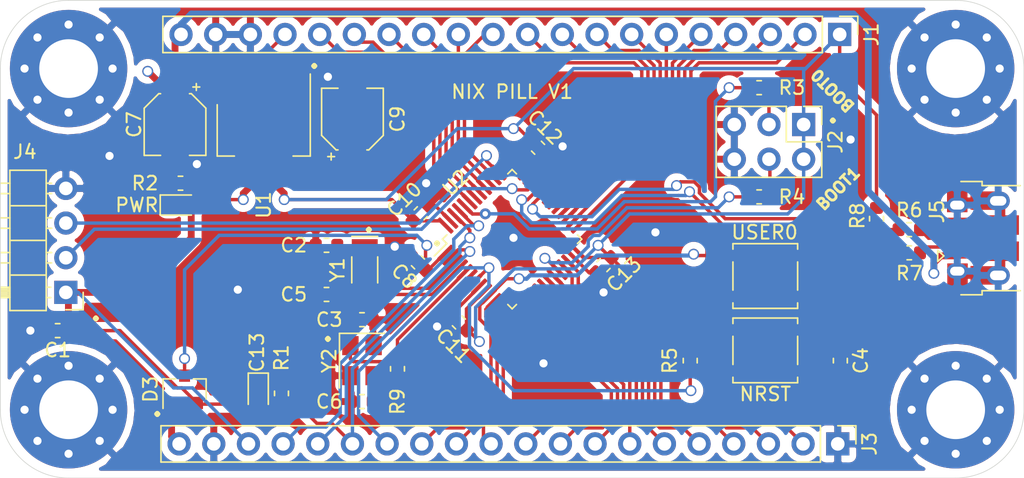
<source format=kicad_pcb>
(kicad_pcb (version 20171130) (host pcbnew "(5.1.6)-1")
  (layers (0 F.Cu signal hide) (31 B.Cu signal) (34 B.Paste user) (35 F.Paste user) (36 B.SilkS user) (37 F.SilkS user) (38 B.Mask user) (39 F.Mask user) (44 Edge.Cuts user))
  (net 0 "")
  (net 1 +3V3)
  (net 2 GND)
  (net 3 LSE_IN)
  (net 4 HSE_IN)
  (net 5 NRST)
  (net 6 LSE_OUT)
  (net 7 HSE_OUT)
  (net 8 +5V)
  (net 9 VBAT)
  (net 10 "Net-(D1-Pad1)")
  (net 11 "Net-(D2-Pad1)")
  (net 12 +BATT)
  (net 13 B7)
  (net 14 B6)
  (net 15 B5)
  (net 16 B4)
  (net 17 B3)
  (net 18 A15)
  (net 19 A12)
  (net 20 A11)
  (net 21 A10)
  (net 22 A9)
  (net 23 A8)
  (net 24 B15)
  (net 25 B14)
  (net 26 B13)
  (net 27 B12)
  (net 28 "Net-(J2-Pad3)")
  (net 29 "Net-(J2-Pad4)")
  (net 30 B11)
  (net 31 B10)
  (net 32 B1)
  (net 33 B0)
  (net 34 A7)
  (net 35 A6)
  (net 36 A5)
  (net 37 A4)
  (net 38 A3)
  (net 39 A2)
  (net 40 A1)
  (net 41 A0)
  (net 42 C13)
  (net 43 B9)
  (net 44 B8)
  (net 45 SWDIO)
  (net 46 SWDCLK)
  (net 47 "Net-(J5-Pad2)")
  (net 48 "Net-(J5-Pad3)")
  (net 49 "Net-(J5-Pad4)")
  (net 50 BOOT0)
  (net 51 BOOT1)
  (module MountingHole:MountingHole_4.3mm_M4_Pad_Via (layer F.Cu) (at 105 130)
    (fp_text reference H4)
    (fp_text value MountingHole_Pad)
    (pad 1 thru_hole circle (at 2.280419 -2.280419) (size 0.9 0.9) (drill 0.6) (layers *.Cu *.Mask) (net 2 GND))
    (pad 1 thru_hole circle (at 0 -3.225) (size 0.9 0.9) (drill 0.6) (layers *.Cu *.Mask) (net 2 GND))
    (pad 1 thru_hole circle (at -2.280419 -2.280419) (size 0.9 0.9) (drill 0.6) (layers *.Cu *.Mask) (net 2 GND))
    (pad 1 thru_hole circle (at -3.225 0) (size 0.9 0.9) (drill 0.6) (layers *.Cu *.Mask) (net 2 GND))
    (pad 1 thru_hole circle (at -2.280419 2.280419) (size 0.9 0.9) (drill 0.6) (layers *.Cu *.Mask) (net 2 GND))
    (pad 1 thru_hole circle (at 0 3.225) (size 0.9 0.9) (drill 0.6) (layers *.Cu *.Mask) (net 2 GND))
    (pad 1 thru_hole circle (at 2.280419 2.280419) (size 0.9 0.9) (drill 0.6) (layers *.Cu *.Mask) (net 2 GND))
    (pad 1 thru_hole circle (at 3.225 0) (size 0.9 0.9) (drill 0.6) (layers *.Cu *.Mask) (net 2 GND))
    (pad 1 thru_hole circle (at 0 0) (size 8.6 8.6) (drill 4.3) (layers *.Cu *.Mask) (net 2 GND))
  )
  (module MountingHole:MountingHole_4.3mm_M4_Pad_Via (layer F.Cu) (at 170 130)
    (fp_text reference H3)
    (fp_text value MountingHole_Pad)
    (pad 1 thru_hole circle (at 2.280419 -2.280419) (size 0.9 0.9) (drill 0.6) (layers *.Cu *.Mask) (net 2 GND))
    (pad 1 thru_hole circle (at 0 -3.225) (size 0.9 0.9) (drill 0.6) (layers *.Cu *.Mask) (net 2 GND))
    (pad 1 thru_hole circle (at -2.280419 -2.280419) (size 0.9 0.9) (drill 0.6) (layers *.Cu *.Mask) (net 2 GND))
    (pad 1 thru_hole circle (at -3.225 0) (size 0.9 0.9) (drill 0.6) (layers *.Cu *.Mask) (net 2 GND))
    (pad 1 thru_hole circle (at -2.280419 2.280419) (size 0.9 0.9) (drill 0.6) (layers *.Cu *.Mask) (net 2 GND))
    (pad 1 thru_hole circle (at 0 3.225) (size 0.9 0.9) (drill 0.6) (layers *.Cu *.Mask) (net 2 GND))
    (pad 1 thru_hole circle (at 2.280419 2.280419) (size 0.9 0.9) (drill 0.6) (layers *.Cu *.Mask) (net 2 GND))
    (pad 1 thru_hole circle (at 3.225 0) (size 0.9 0.9) (drill 0.6) (layers *.Cu *.Mask) (net 2 GND))
    (pad 1 thru_hole circle (at 0 0) (size 8.6 8.6) (drill 4.3) (layers *.Cu *.Mask) (net 2 GND))
  )
  (module MountingHole:MountingHole_4.3mm_M4_Pad_Via (layer F.Cu) (at 170 105)
    (fp_text reference H2)
    (fp_text value MountingHole_Pad)
    (pad 1 thru_hole circle (at 2.280419 -2.280419) (size 0.9 0.9) (drill 0.6) (layers *.Cu *.Mask) (net 2 GND))
    (pad 1 thru_hole circle (at 0 -3.225) (size 0.9 0.9) (drill 0.6) (layers *.Cu *.Mask) (net 2 GND))
    (pad 1 thru_hole circle (at -2.280419 -2.280419) (size 0.9 0.9) (drill 0.6) (layers *.Cu *.Mask) (net 2 GND))
    (pad 1 thru_hole circle (at -3.225 0) (size 0.9 0.9) (drill 0.6) (layers *.Cu *.Mask) (net 2 GND))
    (pad 1 thru_hole circle (at -2.280419 2.280419) (size 0.9 0.9) (drill 0.6) (layers *.Cu *.Mask) (net 2 GND))
    (pad 1 thru_hole circle (at 0 3.225) (size 0.9 0.9) (drill 0.6) (layers *.Cu *.Mask) (net 2 GND))
    (pad 1 thru_hole circle (at 2.280419 2.280419) (size 0.9 0.9) (drill 0.6) (layers *.Cu *.Mask) (net 2 GND))
    (pad 1 thru_hole circle (at 3.225 0) (size 0.9 0.9) (drill 0.6) (layers *.Cu *.Mask) (net 2 GND))
    (pad 1 thru_hole circle (at 0 0) (size 8.6 8.6) (drill 4.3) (layers *.Cu *.Mask) (net 2 GND))
  )
  (module MountingHole:MountingHole_4.3mm_M4_Pad_Via (layer F.Cu) (at 105 105)
    (fp_text reference H1)
    (fp_text value MountingHole_Pad)
    (pad 1 thru_hole circle (at 2.280419 -2.280419) (size 0.9 0.9) (drill 0.6) (layers *.Cu *.Mask) (net 2 GND))
    (pad 1 thru_hole circle (at 0 -3.225) (size 0.9 0.9) (drill 0.6) (layers *.Cu *.Mask) (net 2 GND))
    (pad 1 thru_hole circle (at -2.280419 -2.280419) (size 0.9 0.9) (drill 0.6) (layers *.Cu *.Mask) (net 2 GND))
    (pad 1 thru_hole circle (at -3.225 0) (size 0.9 0.9) (drill 0.6) (layers *.Cu *.Mask) (net 2 GND))
    (pad 1 thru_hole circle (at -2.280419 2.280419) (size 0.9 0.9) (drill 0.6) (layers *.Cu *.Mask) (net 2 GND))
    (pad 1 thru_hole circle (at 0 3.225) (size 0.9 0.9) (drill 0.6) (layers *.Cu *.Mask) (net 2 GND))
    (pad 1 thru_hole circle (at 2.280419 2.280419) (size 0.9 0.9) (drill 0.6) (layers *.Cu *.Mask) (net 2 GND))
    (pad 1 thru_hole circle (at 3.225 0) (size 0.9 0.9) (drill 0.6) (layers *.Cu *.Mask) (net 2 GND))
    (pad 1 thru_hole circle (at 0 0) (size 8.6 8.6) (drill 4.3) (layers *.Cu *.Mask) (net 2 GND))
  )
  (module Capacitor_SMD:C_0603_1608Metric (layer F.Cu) (at 104.2 124.2 180)
    (fp_text reference C1 (at 0 -1.43) (layer F.SilkS))
    (fp_text value 100n)
    (pad 1 smd roundrect (at -0.7875 0 180) (size 0.875 0.95) (layers F.Cu F.Paste F.Mask) (net 1 +3V3))
    (pad 2 smd roundrect (at 0.7875 0 180) (size 0.875 0.95) (layers F.Cu F.Paste F.Mask) (net 2 GND))
  )
  (module Capacitor_SMD:C_0603_1608Metric (layer F.Cu) (at 123.9 117.95 180)
    (fp_text reference C2 (at 2.4 0) (layer F.SilkS))
    (fp_text value 20pF)
    (pad 1 smd roundrect (at -0.7875 0 180) (size 0.875 0.95) (layers F.Cu F.Paste F.Mask) (net 3 LSE_IN))
    (pad 2 smd roundrect (at 0.7875 0 180) (size 0.875 0.95) (layers F.Cu F.Paste F.Mask) (net 2 GND))
  )
  (module Capacitor_SMD:C_0603_1608Metric (layer F.Cu) (at 126.5 123.4)
    (fp_text reference C3 (at -2.4 0) (layer F.SilkS))
    (fp_text value 20pF)
    (pad 2 smd roundrect (at 0.7875 0) (size 0.875 0.95) (layers F.Cu F.Paste F.Mask) (net 2 GND))
    (pad 1 smd roundrect (at -0.7875 0) (size 0.875 0.95) (layers F.Cu F.Paste F.Mask) (net 4 HSE_IN))
  )
  (module Capacitor_SMD:C_0603_1608Metric (layer F.Cu) (at 161.55 126.4 90)
    (fp_text reference C4 (at 0 1.5 90) (layer F.SilkS))
    (fp_text value 100n)
    (pad 2 smd roundrect (at 0.7875 0 90) (size 0.875 0.95) (layers F.Cu F.Paste F.Mask) (net 2 GND))
    (pad 1 smd roundrect (at -0.7875 0 90) (size 0.875 0.95) (layers F.Cu F.Paste F.Mask) (net 5 NRST))
  )
  (module Capacitor_SMD:C_0603_1608Metric (layer F.Cu) (at 123.9 121.55 180)
    (fp_text reference C5 (at 2.4 0) (layer F.SilkS))
    (fp_text value 20pF)
    (pad 1 smd roundrect (at -0.7875 0 180) (size 0.875 0.95) (layers F.Cu F.Paste F.Mask) (net 6 LSE_OUT))
    (pad 2 smd roundrect (at 0.7875 0 180) (size 0.875 0.95) (layers F.Cu F.Paste F.Mask) (net 2 GND))
  )
  (module Capacitor_SMD:C_0603_1608Metric (layer F.Cu) (at 126.5 129.4 180)
    (fp_text reference C6 (at 2.4 0) (layer F.SilkS))
    (fp_text value 20pF)
    (pad 2 smd roundrect (at 0.7875 0 180) (size 0.875 0.95) (layers F.Cu F.Paste F.Mask) (net 2 GND))
    (pad 1 smd roundrect (at -0.7875 0 180) (size 0.875 0.95) (layers F.Cu F.Paste F.Mask) (net 7 HSE_OUT))
  )
  (module Capacitor_SMD:CP_Elec_4x3 (layer F.Cu) (at 112.8 109.1 270)
    (fp_text reference C7 (at 0 3 90) (layer F.SilkS))
    (fp_text value 100n)
    (pad 1 smd roundrect (at -1.8 0 270) (size 2.6 1.6) (layers F.Cu F.Paste F.Mask) (roundrect_rratio 0.15625) (net 8 +5V))
    (pad 2 smd roundrect (at 1.8 0 270) (size 2.6 1.6) (layers F.Cu F.Paste F.Mask) (roundrect_rratio 0.15625) (net 2 GND))
  )
  (module Capacitor_SMD:C_0603_1608Metric (layer F.Cu) (at 130.6 119.2 135)
    (fp_text reference C8 (at 0 -1.43 135) (layer F.SilkS))
    (fp_text value 100n)
    (pad 1 smd roundrect (at -0.7875 0 135) (size 0.875 0.95) (layers F.Cu F.Paste F.Mask) (net 9 VBAT))
    (pad 2 smd roundrect (at 0.7875 0 135) (size 0.875 0.95) (layers F.Cu F.Paste F.Mask) (net 2 GND))
  )
  (module Capacitor_SMD:CP_Elec_4x3 (layer F.Cu) (at 125.8 108.7 90)
    (fp_text reference C9 (at 0 3.3 90) (layer F.SilkS))
    (fp_text value 10u)
    (pad 2 smd roundrect (at 1.8 0 90) (size 2.6 1.6) (layers F.Cu F.Paste F.Mask) (roundrect_rratio 0.15625) (net 2 GND))
    (pad 1 smd roundrect (at -1.8 0 90) (size 2.6 1.6) (layers F.Cu F.Paste F.Mask) (roundrect_rratio 0.15625) (net 1 +3V3))
  )
  (module Capacitor_SMD:C_0603_1608Metric (layer F.Cu) (at 130.8 115.6 45)
    (fp_text reference C10 (at -0.141421 -1.555635 45) (layer F.SilkS))
    (fp_text value 100n)
    (pad 2 smd roundrect (at 0.7875 0 45) (size 0.875 0.95) (layers F.Cu F.Paste F.Mask) (net 2 GND))
    (pad 1 smd roundrect (at -0.7875 0 45) (size 0.875 0.95) (layers F.Cu F.Paste F.Mask) (net 1 +3V3))
  )
  (module Capacitor_SMD:C_0603_1608Metric (layer F.Cu) (at 133.6 123.6 135)
    (fp_text reference C11 (at -0.919239 -1.484924 135) (layer F.SilkS))
    (fp_text value 100n)
    (pad 1 smd roundrect (at -0.7875 0 135) (size 0.875 0.95) (layers F.Cu F.Paste F.Mask) (net 1 +3V3))
    (pad 2 smd roundrect (at 0.7875 0 135) (size 0.875 0.95) (layers F.Cu F.Paste F.Mask) (net 2 GND))
  )
  (module Capacitor_SMD:C_0603_1608Metric (layer F.Cu) (at 139.4 110.8 315)
    (fp_text reference C12 (at -0.707107 -1.414214 135) (layer F.SilkS))
    (fp_text value 100n)
    (pad 2 smd roundrect (at 0.7875 0 315) (size 0.875 0.95) (layers F.Cu F.Paste F.Mask) (net 2 GND))
    (pad 1 smd roundrect (at -0.7875 0 315) (size 0.875 0.95) (layers F.Cu F.Paste F.Mask) (net 1 +3V3))
  )
  (module Capacitor_SMD:C_0603_1608Metric (layer F.Cu) (at 144.2 119.4 225)
    (fp_text reference C13 (at -0.565685 -1.555635 45) (layer F.SilkS))
    (fp_text value 100n)
    (pad 1 smd roundrect (at -0.7875 0 225) (size 0.875 0.95) (layers F.Cu F.Paste F.Mask) (net 1 +3V3))
    (pad 2 smd roundrect (at 0.7875 0 225) (size 0.875 0.95) (layers F.Cu F.Paste F.Mask) (net 2 GND))
  )
  (module LED_SMD:LED_0603_1608Metric (layer F.Cu) (at 118.9 128.8 270)
    (fp_text reference D1)
    (fp_text value C13 (at -3 0.1 90) (layer F.SilkS))
    (pad 2 smd roundrect (at 0.7875 0 270) (size 0.875 0.95) (layers F.Cu F.Paste F.Mask) (net 1 +3V3))
    (pad 1 smd roundrect (at -0.7875 0 270) (size 0.875 0.95) (layers F.Cu F.Paste F.Mask) (net 10 "Net-(D1-Pad1)"))
  )
  (module LED_SMD:LED_0603_1608Metric (layer F.Cu) (at 113.2 115)
    (fp_text reference D2)
    (fp_text value PWR (at -3.2 0) (layer F.SilkS))
    (pad 1 smd roundrect (at -0.7875 0) (size 0.875 0.95) (layers F.Cu F.Paste F.Mask) (net 11 "Net-(D2-Pad1)"))
    (pad 2 smd roundrect (at 0.7875 0) (size 0.875 0.95) (layers F.Cu F.Paste F.Mask) (net 1 +3V3))
  )
  (module Package_TO_SOT_SMD:SOT-23 (layer F.Cu) (at 113.5 128.5 90)
    (fp_text reference D3 (at 0 -2.5 90) (layer F.SilkS))
    (fp_text value BAT54C)
    (pad 1 smd rect (at -1 -0.95 90) (size 0.9 0.8) (layers F.Cu F.Paste F.Mask) (net 12 +BATT))
    (pad 2 smd rect (at -1 0.95 90) (size 0.9 0.8) (layers F.Cu F.Paste F.Mask) (net 1 +3V3))
    (pad 3 smd rect (at 1 0 90) (size 0.9 0.8) (layers F.Cu F.Paste F.Mask) (net 9 VBAT))
  )
  (module Connector_PinHeader_2.54mm:PinHeader_1x20_P2.54mm_Vertical (layer F.Cu) (at 161.5 102.5 270)
    (fp_text reference J1 (at 0 -2.33 90) (layer F.SilkS))
    (fp_text value LEFT)
    (pad 20 thru_hole oval (at 0 48.26 270) (size 1.7 1.7) (drill 1) (layers *.Cu *.Mask) (net 8 +5V))
    (pad 19 thru_hole oval (at 0 45.72 270) (size 1.7 1.7) (drill 1) (layers *.Cu *.Mask) (net 2 GND))
    (pad 18 thru_hole oval (at 0 43.18 270) (size 1.7 1.7) (drill 1) (layers *.Cu *.Mask) (net 2 GND))
    (pad 17 thru_hole oval (at 0 40.64 270) (size 1.7 1.7) (drill 1) (layers *.Cu *.Mask) (net 1 +3V3))
    (pad 16 thru_hole oval (at 0 38.1 270) (size 1.7 1.7) (drill 1) (layers *.Cu *.Mask) (net 13 B7))
    (pad 15 thru_hole oval (at 0 35.56 270) (size 1.7 1.7) (drill 1) (layers *.Cu *.Mask) (net 14 B6))
    (pad 14 thru_hole oval (at 0 33.02 270) (size 1.7 1.7) (drill 1) (layers *.Cu *.Mask) (net 15 B5))
    (pad 13 thru_hole oval (at 0 30.48 270) (size 1.7 1.7) (drill 1) (layers *.Cu *.Mask) (net 16 B4))
    (pad 12 thru_hole oval (at 0 27.94 270) (size 1.7 1.7) (drill 1) (layers *.Cu *.Mask) (net 17 B3))
    (pad 11 thru_hole oval (at 0 25.4 270) (size 1.7 1.7) (drill 1) (layers *.Cu *.Mask) (net 18 A15))
    (pad 10 thru_hole oval (at 0 22.86 270) (size 1.7 1.7) (drill 1) (layers *.Cu *.Mask) (net 20 A11))
    (pad 9 thru_hole oval (at 0 20.32 270) (size 1.7 1.7) (drill 1) (layers *.Cu *.Mask) (net 19 A12))
    (pad 8 thru_hole oval (at 0 17.78 270) (size 1.7 1.7) (drill 1) (layers *.Cu *.Mask) (net 21 A10))
    (pad 7 thru_hole oval (at 0 15.24 270) (size 1.7 1.7) (drill 1) (layers *.Cu *.Mask) (net 22 A9))
    (pad 6 thru_hole oval (at 0 12.7 270) (size 1.7 1.7) (drill 1) (layers *.Cu *.Mask) (net 23 A8))
    (pad 5 thru_hole oval (at 0 10.16 270) (size 1.7 1.7) (drill 1) (layers *.Cu *.Mask) (net 24 B15))
    (pad 4 thru_hole oval (at 0 7.62 270) (size 1.7 1.7) (drill 1) (layers *.Cu *.Mask) (net 25 B14))
    (pad 3 thru_hole oval (at 0 5.08 270) (size 1.7 1.7) (drill 1) (layers *.Cu *.Mask) (net 26 B13))
    (pad 2 thru_hole oval (at 0 2.54 270) (size 1.7 1.7) (drill 1) (layers *.Cu *.Mask) (net 27 B12))
    (pad 1 thru_hole rect (at 0 0 270) (size 1.7 1.7) (drill 1) (layers *.Cu *.Mask) (net 1 +3V3))
  )
  (module Connector_PinHeader_2.54mm:PinHeader_2x03_P2.54mm_Vertical (layer F.Cu) (at 158.86 109.1 270)
    (fp_text reference J2 (at 1.27 -2.33 90) (layer F.SilkS))
    (fp_text value BOOT)
    (pad 1 thru_hole rect (at 0 0 270) (size 1.7 1.7) (drill 1) (layers *.Cu *.Mask) (net 1 +3V3))
    (pad 2 thru_hole oval (at 2.54 0 270) (size 1.7 1.7) (drill 1) (layers *.Cu *.Mask) (net 1 +3V3))
    (pad 3 thru_hole oval (at 0 2.54 270) (size 1.7 1.7) (drill 1) (layers *.Cu *.Mask) (net 28 "Net-(J2-Pad3)"))
    (pad 4 thru_hole oval (at 2.54 2.54 270) (size 1.7 1.7) (drill 1) (layers *.Cu *.Mask) (net 29 "Net-(J2-Pad4)"))
    (pad 5 thru_hole oval (at 0 5.08 270) (size 1.7 1.7) (drill 1) (layers *.Cu *.Mask) (net 2 GND))
    (pad 6 thru_hole oval (at 2.54 5.08 270) (size 1.7 1.7) (drill 1) (layers *.Cu *.Mask) (net 2 GND))
  )
  (module Connector_PinHeader_2.54mm:PinHeader_1x20_P2.54mm_Vertical (layer F.Cu) (at 161.36 132.5 270)
    (fp_text reference J3 (at 0 -2.33 90) (layer F.SilkS))
    (fp_text value RIGHT)
    (pad 1 thru_hole rect (at 0 0 270) (size 1.7 1.7) (drill 1) (layers *.Cu *.Mask) (net 2 GND))
    (pad 2 thru_hole oval (at 0 2.54 270) (size 1.7 1.7) (drill 1) (layers *.Cu *.Mask) (net 30 B11))
    (pad 3 thru_hole oval (at 0 5.08 270) (size 1.7 1.7) (drill 1) (layers *.Cu *.Mask) (net 31 B10))
    (pad 4 thru_hole oval (at 0 7.62 270) (size 1.7 1.7) (drill 1) (layers *.Cu *.Mask) (net 32 B1))
    (pad 5 thru_hole oval (at 0 10.16 270) (size 1.7 1.7) (drill 1) (layers *.Cu *.Mask) (net 33 B0))
    (pad 6 thru_hole oval (at 0 12.7 270) (size 1.7 1.7) (drill 1) (layers *.Cu *.Mask) (net 34 A7))
    (pad 7 thru_hole oval (at 0 15.24 270) (size 1.7 1.7) (drill 1) (layers *.Cu *.Mask) (net 35 A6))
    (pad 8 thru_hole oval (at 0 17.78 270) (size 1.7 1.7) (drill 1) (layers *.Cu *.Mask) (net 36 A5))
    (pad 9 thru_hole oval (at 0 20.32 270) (size 1.7 1.7) (drill 1) (layers *.Cu *.Mask) (net 37 A4))
    (pad 10 thru_hole oval (at 0 22.86 270) (size 1.7 1.7) (drill 1) (layers *.Cu *.Mask) (net 38 A3))
    (pad 11 thru_hole oval (at 0 25.4 270) (size 1.7 1.7) (drill 1) (layers *.Cu *.Mask) (net 39 A2))
    (pad 12 thru_hole oval (at 0 27.94 270) (size 1.7 1.7) (drill 1) (layers *.Cu *.Mask) (net 40 A1))
    (pad 13 thru_hole oval (at 0 30.48 270) (size 1.7 1.7) (drill 1) (layers *.Cu *.Mask) (net 41 A0))
    (pad 14 thru_hole oval (at 0 33.02 270) (size 1.7 1.7) (drill 1) (layers *.Cu *.Mask) (net 5 NRST))
    (pad 15 thru_hole oval (at 0 35.56 270) (size 1.7 1.7) (drill 1) (layers *.Cu *.Mask) (net 42 C13))
    (pad 16 thru_hole oval (at 0 38.1 270) (size 1.7 1.7) (drill 1) (layers *.Cu *.Mask) (net 43 B9))
    (pad 17 thru_hole oval (at 0 40.64 270) (size 1.7 1.7) (drill 1) (layers *.Cu *.Mask) (net 44 B8))
    (pad 18 thru_hole oval (at 0 43.18 270) (size 1.7 1.7) (drill 1) (layers *.Cu *.Mask) (net 1 +3V3))
    (pad 19 thru_hole oval (at 0 45.72 270) (size 1.7 1.7) (drill 1) (layers *.Cu *.Mask) (net 2 GND))
    (pad 20 thru_hole oval (at 0 48.26 270) (size 1.7 1.7) (drill 1) (layers *.Cu *.Mask) (net 12 +BATT))
  )
  (module Connector_PinHeader_2.54mm:PinHeader_1x04_P2.54mm_Horizontal (layer F.Cu) (at 104.8 121.4 180)
    (fp_text reference J4 (at 3 10.3) (layer F.SilkS))
    (fp_text value SWD)
    (pad 1 thru_hole rect (at 0 0 180) (size 1.7 1.7) (drill 1) (layers *.Cu *.Mask) (net 1 +3V3))
    (pad 2 thru_hole oval (at 0 2.54 180) (size 1.7 1.7) (drill 1) (layers *.Cu *.Mask) (net 45 SWDIO))
    (pad 3 thru_hole oval (at 0 5.08 180) (size 1.7 1.7) (drill 1) (layers *.Cu *.Mask) (net 46 SWDCLK))
    (pad 4 thru_hole oval (at 0 7.62 180) (size 1.7 1.7) (drill 1) (layers *.Cu *.Mask) (net 2 GND))
  )
  (module Connector_USB:USB_Micro-B_Amphenol_10103594-0001LF_Horizontal (layer F.Cu) (at 172 117.4 90)
    (fp_text reference J5 (at 1.925 -3.365 90) (layer F.SilkS))
    (fp_text value USB_B_Micro)
    (pad 6 smd rect (at 2.725 0.185 90) (size 1.35 2) (layers F.Cu F.Paste F.Mask) (net 2 GND))
    (pad 6 smd rect (at -2.755 0.185 90) (size 1.35 2) (layers F.Cu F.Paste F.Mask) (net 2 GND))
    (pad 6 smd rect (at -2.975 -0.565 90) (size 1.825 0.7) (layers F.Cu F.Paste F.Mask) (net 2 GND))
    (pad 6 smd rect (at 2.975 -0.565 90) (size 1.825 0.7) (layers F.Cu F.Paste F.Mask) (net 2 GND))
    (pad 6 smd rect (at -2.875 -1.865 90) (size 2 1.5) (layers F.Cu F.Paste F.Mask) (net 2 GND))
    (pad 6 smd rect (at 2.875 -1.885 90) (size 2 1.5) (layers F.Cu F.Paste F.Mask) (net 2 GND))
    (pad 1 smd rect (at -1.325 -1.765 180) (size 1.65 0.4) (layers F.Cu F.Paste F.Mask) (net 8 +5V))
    (pad 2 smd rect (at -0.675 -1.765 180) (size 1.65 0.4) (layers F.Cu F.Paste F.Mask) (net 47 "Net-(J5-Pad2)"))
    (pad 3 smd rect (at -0.025 -1.765 180) (size 1.65 0.4) (layers F.Cu F.Paste F.Mask) (net 48 "Net-(J5-Pad3)"))
    (pad 4 smd rect (at 0.625 -1.765 180) (size 1.65 0.4) (layers F.Cu F.Paste F.Mask) (net 49 "Net-(J5-Pad4)"))
    (pad 5 smd rect (at 1.275 -1.765 180) (size 1.65 0.4) (layers F.Cu F.Paste F.Mask) (net 2 GND))
    (pad 6 thru_hole oval (at -2.445 -1.885 180) (size 1.5 1.1) (drill oval 1.05 0.65) (layers *.Cu *.Mask) (net 2 GND))
    (pad 6 thru_hole oval (at 2.395 -1.885 180) (size 1.5 1.1) (drill oval 1.05 0.65) (layers *.Cu *.Mask) (net 2 GND))
    (pad 6 thru_hole oval (at -2.755 1.115 180) (size 1.7 1.35) (drill oval 1.2 0.7) (layers *.Cu *.Mask) (net 2 GND))
    (pad 6 thru_hole oval (at 2.705 1.115 180) (size 1.7 1.35) (drill oval 1.2 0.7) (layers *.Cu *.Mask) (net 2 GND))
    (pad 6 smd rect (at -0.985 1.385 180) (size 2.5 1.43) (layers F.Cu F.Paste F.Mask) (net 2 GND))
    (pad 6 smd rect (at 0.935 1.385 180) (size 2.5 1.43) (layers F.Cu F.Paste F.Mask) (net 2 GND))
  )
  (module Resistor_SMD:R_0603_1608Metric (layer F.Cu) (at 120.6 128.8 270)
    (fp_text reference R1 (at -2.6 0 90) (layer F.SilkS))
    (fp_text value 510)
    (pad 2 smd roundrect (at 0.7875 0 270) (size 0.875 0.95) (layers F.Cu F.Paste F.Mask) (net 42 C13))
    (pad 1 smd roundrect (at -0.7875 0 270) (size 0.875 0.95) (layers F.Cu F.Paste F.Mask) (net 10 "Net-(D1-Pad1)"))
  )
  (module Resistor_SMD:R_0603_1608Metric (layer F.Cu) (at 113.2 113.4)
    (fp_text reference R2 (at -2.6 0) (layer F.SilkS))
    (fp_text value 510)
    (pad 1 smd roundrect (at -0.7875 0) (size 0.875 0.95) (layers F.Cu F.Paste F.Mask) (net 11 "Net-(D2-Pad1)"))
    (pad 2 smd roundrect (at 0.7875 0) (size 0.875 0.95) (layers F.Cu F.Paste F.Mask) (net 2 GND))
  )
  (module Resistor_SMD:R_0603_1608Metric (layer F.Cu) (at 155.6 106.4)
    (fp_text reference R3 (at 2.4 0) (layer F.SilkS))
    (fp_text value 10k)
    (pad 1 smd roundrect (at -0.7875 0) (size 0.875 0.95) (layers F.Cu F.Paste F.Mask) (net 50 BOOT0))
    (pad 2 smd roundrect (at 0.7875 0) (size 0.875 0.95) (layers F.Cu F.Paste F.Mask) (net 28 "Net-(J2-Pad3)"))
  )
  (module Resistor_SMD:R_0603_1608Metric (layer F.Cu) (at 155.6 114.4 180)
    (fp_text reference R4 (at -2.4 0) (layer F.SilkS))
    (fp_text value 10k)
    (pad 2 smd roundrect (at 0.7875 0 180) (size 0.875 0.95) (layers F.Cu F.Paste F.Mask) (net 51 BOOT1))
    (pad 1 smd roundrect (at -0.7875 0 180) (size 0.875 0.95) (layers F.Cu F.Paste F.Mask) (net 29 "Net-(J2-Pad4)"))
  )
  (module Resistor_SMD:R_0603_1608Metric (layer F.Cu) (at 150.55 126.4 270)
    (fp_text reference R5 (at 0 1.5 90) (layer F.SilkS))
    (fp_text value 10K)
    (pad 2 smd roundrect (at 0.7875 0 270) (size 0.875 0.95) (layers F.Cu F.Paste F.Mask) (net 5 NRST))
    (pad 1 smd roundrect (at -0.7875 0 270) (size 0.875 0.95) (layers F.Cu F.Paste F.Mask) (net 1 +3V3))
  )
  (module Resistor_SMD:R_0603_1608Metric (layer F.Cu) (at 166.6 116.8)
    (fp_text reference R6 (at 0 -1.43) (layer F.SilkS))
    (fp_text value 22)
    (pad 2 smd roundrect (at 0.7875 0) (size 0.875 0.95) (layers F.Cu F.Paste F.Mask) (net 48 "Net-(J5-Pad3)"))
    (pad 1 smd roundrect (at -0.7875 0) (size 0.875 0.95) (layers F.Cu F.Paste F.Mask) (net 19 A12))
  )
  (module Resistor_SMD:R_0603_1608Metric (layer F.Cu) (at 166.6 118.5)
    (fp_text reference R7 (at 0 1.5) (layer F.SilkS))
    (fp_text value 22)
    (pad 1 smd roundrect (at -0.7875 0) (size 0.875 0.95) (layers F.Cu F.Paste F.Mask) (net 20 A11))
    (pad 2 smd roundrect (at 0.7875 0) (size 0.875 0.95) (layers F.Cu F.Paste F.Mask) (net 47 "Net-(J5-Pad2)"))
  )
  (module Resistor_SMD:R_0603_1608Metric (layer F.Cu) (at 164.2 116 270)
    (fp_text reference R8 (at -0.2 1.4 90) (layer F.SilkS))
    (fp_text value 10k)
    (pad 1 smd roundrect (at -0.7875 0 270) (size 0.875 0.95) (layers F.Cu F.Paste F.Mask) (net 1 +3V3))
    (pad 2 smd roundrect (at 0.7875 0 270) (size 0.875 0.95) (layers F.Cu F.Paste F.Mask) (net 19 A12))
  )
  (module Resistor_SMD:R_0603_1608Metric (layer F.Cu) (at 129.1 127 270)
    (fp_text reference R9 (at 2.4 0 90) (layer F.SilkS))
    (fp_text value 10M)
    (pad 1 smd roundrect (at -0.7875 0 270) (size 0.875 0.95) (layers F.Cu F.Paste F.Mask) (net 4 HSE_IN))
    (pad 2 smd roundrect (at 0.7875 0 270) (size 0.875 0.95) (layers F.Cu F.Paste F.Mask) (net 7 HSE_OUT))
  )
  (module Button_Switch_SMD:SW_SPST_TL3305A (layer F.Cu) (at 156.05 120.2)
    (fp_text reference SW1)
    (fp_text value USER0 (at -0.05 -3.2) (layer F.SilkS))
    (pad 1 smd rect (at 3.6 -1.5) (size 1.6 1.4) (layers F.Cu F.Paste F.Mask) (net 41 A0))
    (pad 1 smd rect (at -3.6 -1.5) (size 1.6 1.4) (layers F.Cu F.Paste F.Mask) (net 41 A0))
    (pad 2 smd rect (at 3.6 1.5) (size 1.6 1.4) (layers F.Cu F.Paste F.Mask) (net 2 GND))
    (pad 2 smd rect (at -3.6 1.5) (size 1.6 1.4) (layers F.Cu F.Paste F.Mask) (net 2 GND))
  )
  (module Button_Switch_SMD:SW_SPST_TL3305A (layer F.Cu) (at 156.05 125.65)
    (fp_text reference SW2)
    (fp_text value NRST (at 0 3.2) (layer F.SilkS))
    (pad 2 smd rect (at -3.6 1.5) (size 1.6 1.4) (layers F.Cu F.Paste F.Mask) (net 5 NRST))
    (pad 2 smd rect (at 3.6 1.5) (size 1.6 1.4) (layers F.Cu F.Paste F.Mask) (net 5 NRST))
    (pad 1 smd rect (at -3.6 -1.5) (size 1.6 1.4) (layers F.Cu F.Paste F.Mask) (net 2 GND))
    (pad 1 smd rect (at 3.6 -1.5) (size 1.6 1.4) (layers F.Cu F.Paste F.Mask) (net 2 GND))
  )
  (module Package_TO_SOT_SMD:SOT-223-3_TabPin2 (layer F.Cu) (at 119.3 109.5 270)
    (fp_text reference U1 (at 5.5 0 90) (layer F.SilkS))
    (fp_text value AMS1117-3.3)
    (pad 2 smd rect (at 3.15 0 270) (size 2 3.8) (layers F.Cu F.Paste F.Mask) (net 1 +3V3))
    (pad 2 smd rect (at -3.15 0 270) (size 2 1.5) (layers F.Cu F.Paste F.Mask) (net 1 +3V3))
    (pad 3 smd rect (at -3.15 2.3 270) (size 2 1.5) (layers F.Cu F.Paste F.Mask) (net 8 +5V))
    (pad 1 smd rect (at -3.15 -2.3 270) (size 2 1.5) (layers F.Cu F.Paste F.Mask) (net 2 GND))
  )
  (module Package_QFP:LQFP-48_7x7mm_P0.5mm (layer F.Cu) (at 137.5 117.5 45)
    (fp_text reference U2 (at 0 -5.85 45) (layer F.SilkS))
    (fp_text value STM32F103C8Tx)
    (pad 1 smd roundrect (at -4.1625 -2.75 45) (size 1.475 0.3) (layers F.Cu F.Paste F.Mask) (net 9 VBAT))
    (pad 2 smd roundrect (at -4.1625 -2.25 45) (size 1.475 0.3) (layers F.Cu F.Paste F.Mask) (net 42 C13))
    (pad 3 smd roundrect (at -4.1625 -1.75 45) (size 1.475 0.3) (layers F.Cu F.Paste F.Mask) (net 3 LSE_IN))
    (pad 4 smd roundrect (at -4.1625 -1.25 45) (size 1.475 0.3) (layers F.Cu F.Paste F.Mask) (net 6 LSE_OUT))
    (pad 5 smd roundrect (at -4.1625 -0.75 45) (size 1.475 0.3) (layers F.Cu F.Paste F.Mask) (net 4 HSE_IN))
    (pad 6 smd roundrect (at -4.1625 -0.25 45) (size 1.475 0.3) (layers F.Cu F.Paste F.Mask) (net 7 HSE_OUT))
    (pad 7 smd roundrect (at -4.1625 0.25 45) (size 1.475 0.3) (layers F.Cu F.Paste F.Mask) (net 5 NRST))
    (pad 8 smd roundrect (at -4.1625 0.75 45) (size 1.475 0.3) (layers F.Cu F.Paste F.Mask) (net 2 GND))
    (pad 9 smd roundrect (at -4.1625 1.25 45) (size 1.475 0.3) (layers F.Cu F.Paste F.Mask) (net 1 +3V3))
    (pad 10 smd roundrect (at -4.1625 1.75 45) (size 1.475 0.3) (layers F.Cu F.Paste F.Mask) (net 41 A0))
    (pad 11 smd roundrect (at -4.1625 2.25 45) (size 1.475 0.3) (layers F.Cu F.Paste F.Mask) (net 40 A1))
    (pad 12 smd roundrect (at -4.1625 2.75 45) (size 1.475 0.3) (layers F.Cu F.Paste F.Mask) (net 39 A2))
    (pad 13 smd roundrect (at -2.75 4.1625 45) (size 0.3 1.475) (layers F.Cu F.Paste F.Mask) (net 38 A3))
    (pad 14 smd roundrect (at -2.25 4.1625 45) (size 0.3 1.475) (layers F.Cu F.Paste F.Mask) (net 37 A4))
    (pad 15 smd roundrect (at -1.75 4.1625 45) (size 0.3 1.475) (layers F.Cu F.Paste F.Mask) (net 36 A5))
    (pad 16 smd roundrect (at -1.25 4.1625 45) (size 0.3 1.475) (layers F.Cu F.Paste F.Mask) (net 35 A6))
    (pad 17 smd roundrect (at -0.75 4.1625 45) (size 0.3 1.475) (layers F.Cu F.Paste F.Mask) (net 34 A7))
    (pad 18 smd roundrect (at -0.25 4.1625 45) (size 0.3 1.475) (layers F.Cu F.Paste F.Mask) (net 33 B0))
    (pad 19 smd roundrect (at 0.25 4.1625 45) (size 0.3 1.475) (layers F.Cu F.Paste F.Mask) (net 32 B1))
    (pad 20 smd roundrect (at 0.75 4.1625 45) (size 0.3 1.475) (layers F.Cu F.Paste F.Mask) (net 51 BOOT1))
    (pad 21 smd roundrect (at 1.25 4.1625 45) (size 0.3 1.475) (layers F.Cu F.Paste F.Mask) (net 31 B10))
    (pad 22 smd roundrect (at 1.75 4.1625 45) (size 0.3 1.475) (layers F.Cu F.Paste F.Mask) (net 30 B11))
    (pad 23 smd roundrect (at 2.25 4.1625 45) (size 0.3 1.475) (layers F.Cu F.Paste F.Mask) (net 2 GND))
    (pad 24 smd roundrect (at 2.75 4.1625 45) (size 0.3 1.475) (layers F.Cu F.Paste F.Mask) (net 1 +3V3))
    (pad 25 smd roundrect (at 4.1625 2.75 45) (size 1.475 0.3) (layers F.Cu F.Paste F.Mask) (net 27 B12))
    (pad 26 smd roundrect (at 4.1625 2.25 45) (size 1.475 0.3) (layers F.Cu F.Paste F.Mask) (net 26 B13))
    (pad 27 smd roundrect (at 4.1625 1.75 45) (size 1.475 0.3) (layers F.Cu F.Paste F.Mask) (net 25 B14))
    (pad 28 smd roundrect (at 4.1625 1.25 45) (size 1.475 0.3) (layers F.Cu F.Paste F.Mask) (net 24 B15))
    (pad 29 smd roundrect (at 4.1625 0.75 45) (size 1.475 0.3) (layers F.Cu F.Paste F.Mask) (net 23 A8))
    (pad 30 smd roundrect (at 4.1625 0.25 45) (size 1.475 0.3) (layers F.Cu F.Paste F.Mask) (net 22 A9))
    (pad 31 smd roundrect (at 4.1625 -0.25 45) (size 1.475 0.3) (layers F.Cu F.Paste F.Mask) (net 21 A10))
    (pad 32 smd roundrect (at 4.1625 -0.75 45) (size 1.475 0.3) (layers F.Cu F.Paste F.Mask) (net 19 A12))
    (pad 33 smd roundrect (at 4.1625 -1.25 45) (size 1.475 0.3) (layers F.Cu F.Paste F.Mask) (net 20 A11))
    (pad 34 smd roundrect (at 4.1625 -1.75 45) (size 1.475 0.3) (layers F.Cu F.Paste F.Mask) (net 45 SWDIO))
    (pad 35 smd roundrect (at 4.1625 -2.25 45) (size 1.475 0.3) (layers F.Cu F.Paste F.Mask) (net 2 GND))
    (pad 36 smd roundrect (at 4.1625 -2.75 45) (size 1.475 0.3) (layers F.Cu F.Paste F.Mask) (net 1 +3V3))
    (pad 37 smd roundrect (at 2.75 -4.1625 45) (size 0.3 1.475) (layers F.Cu F.Paste F.Mask) (net 46 SWDCLK))
    (pad 38 smd roundrect (at 2.25 -4.1625 45) (size 0.3 1.475) (layers F.Cu F.Paste F.Mask) (net 18 A15))
    (pad 39 smd roundrect (at 1.75 -4.1625 45) (size 0.3 1.475) (layers F.Cu F.Paste F.Mask) (net 17 B3))
    (pad 40 smd roundrect (at 1.25 -4.1625 45) (size 0.3 1.475) (layers F.Cu F.Paste F.Mask) (net 16 B4))
    (pad 41 smd roundrect (at 0.75 -4.1625 45) (size 0.3 1.475) (layers F.Cu F.Paste F.Mask) (net 15 B5))
    (pad 42 smd roundrect (at 0.25 -4.1625 45) (size 0.3 1.475) (layers F.Cu F.Paste F.Mask) (net 14 B6))
    (pad 43 smd roundrect (at -0.25 -4.1625 45) (size 0.3 1.475) (layers F.Cu F.Paste F.Mask) (net 13 B7))
    (pad 44 smd roundrect (at -0.75 -4.1625 45) (size 0.3 1.475) (layers F.Cu F.Paste F.Mask) (net 50 BOOT0))
    (pad 45 smd roundrect (at -1.25 -4.1625 45) (size 0.3 1.475) (layers F.Cu F.Paste F.Mask) (net 44 B8))
    (pad 46 smd roundrect (at -1.75 -4.1625 45) (size 0.3 1.475) (layers F.Cu F.Paste F.Mask) (net 43 B9))
    (pad 47 smd roundrect (at -2.25 -4.1625 45) (size 0.3 1.475) (layers F.Cu F.Paste F.Mask) (net 2 GND))
    (pad 48 smd roundrect (at -2.75 -4.1625 45) (size 0.3 1.475) (layers F.Cu F.Paste F.Mask) (net 1 +3V3))
  )
  (module Crystal:Crystal_SMD_MicroCrystal_CC5V-T1A-2Pin_4.1x1.5mm (layer F.Cu) (at 126.7 119.75 270)
    (fp_text reference Y1 (at 0 2 90) (layer F.SilkS))
    (fp_text value "32.768KHz LSE")
    (pad 1 smd rect (at -1.7 0 270) (size 1.1 1.9) (layers F.Cu F.Paste F.Mask) (net 3 LSE_IN))
    (pad 2 smd rect (at 1.7 0 270) (size 1.1 1.9) (layers F.Cu F.Paste F.Mask) (net 6 LSE_OUT))
  )
  (module Crystal:Crystal_SMD_3225-4Pin_3.2x2.5mm (layer F.Cu) (at 126.5 126.4 270)
    (fp_text reference Y2 (at 0 2.4 90) (layer F.SilkS))
    (fp_text value "8MHz HSE")
    (pad 1 smd rect (at -1.1 0.85 270) (size 1.4 1.2) (layers F.Cu F.Paste F.Mask) (net 4 HSE_IN))
    (pad 2 smd rect (at 1.1 0.85 270) (size 1.4 1.2) (layers F.Cu F.Paste F.Mask) (net 2 GND))
    (pad 3 smd rect (at 1.1 -0.85 270) (size 1.4 1.2) (layers F.Cu F.Paste F.Mask) (net 7 HSE_OUT))
    (pad 4 smd rect (at -1.1 -0.85 270) (size 1.4 1.2) (layers F.Cu F.Paste F.Mask) (net 2 GND))
  )
  (gr_text "NIX PILL V1" (at 137.5 106.7) (layer F.SilkS) (effects (font (size 1 1))))
  (gr_text . (at 107 122.7) (layer F.SilkS) (effects (font (size 1.5 1.5) (thickness 0.3)) (justify mirror)))
  (gr_text . (at 161 108.2) (layer F.SilkS) (effects (font (size 1.5 1.5) (thickness 0.3)) (justify mirror)))
  (gr_text . (at 132 117.2) (layer F.SilkS) (effects (font (size 1.5 1.5) (thickness 0.3)) (justify mirror)))
  (gr_text . (at 127 116.2) (layer F.SilkS) (effects (font (size 1.5 1.5) (thickness 0.3)) (justify mirror)))
  (gr_text . (at 124 124.2) (layer F.SilkS) (effects (font (size 1.5 1.5) (thickness 0.3)) (justify mirror)))
  (gr_text . (at 111.5 129.7) (layer F.SilkS) (effects (font (size 1.5 1.5) (thickness 0.3)) (justify mirror)))
  (gr_text . (at 123 104.2) (layer F.SilkS) (effects (font (size 1.5 1.5) (thickness 0.3)) (justify mirror)))
  (gr_text BOOT1 (at 161.4 113.8 45) (layer F.SilkS) (effects (font (size 0.8 0.8) (thickness 0.2))))
  (gr_text BOOT0 (at 161 106.6 135) (layer F.SilkS) (effects (font (size 0.8 0.8) (thickness 0.2))))
  (gr_arc (start 170 130) (end 170 135) (angle -90) (layer Edge.Cuts) (width 0.05))
  (gr_arc (start 105 130) (end 100 130) (angle -90) (layer Edge.Cuts) (width 0.05))
  (gr_arc (start 105 105) (end 105 100) (angle -90) (layer Edge.Cuts) (width 0.05))
  (gr_arc (start 170 105) (end 175 105) (angle -90) (layer Edge.Cuts) (width 0.05))
  (gr_line (start 100 130) (end 100 105) (layer Edge.Cuts) (width 0.05))
  (gr_line (start 170 135) (end 105 135) (layer Edge.Cuts) (width 0.05))
  (gr_line (start 175 105) (end 175 130) (layer Edge.Cuts) (width 0.05))
  (gr_line (start 105 100) (end 170 100) (layer Edge.Cuts) (width 0.05))
  (via (at 120.8 114.6) (size 0.8) (drill 0.6) (layers F.Cu B.Cu) (net 1))
  (via (at 117.8 114.6) (size 0.8) (drill 0.6) (layers F.Cu B.Cu) (net 1))
  (segment (start 117.8 114.15) (end 119.3 112.65) (width 0.5) (layer F.Cu) (net 1))
  (segment (start 117.8 114.6) (end 117.8 114.15) (width 0.5) (layer F.Cu) (net 1))
  (segment (start 120.8 114.15) (end 119.3 112.65) (width 0.5) (layer F.Cu) (net 1))
  (segment (start 120.8 114.6) (end 120.8 114.15) (width 0.5) (layer F.Cu) (net 1))
  (segment (start 123.65 112.65) (end 125.8 110.5) (width 0.5) (layer F.Cu) (net 1))
  (segment (start 119.3 112.65) (end 123.65 112.65) (width 0.5) (layer F.Cu) (net 1))
  (segment (start 119.3 112.65) (end 119.3 106.35) (width 0.5) (layer F.Cu) (net 1))
  (segment (start 104.9875 121.5875) (end 104.8 121.4) (width 0.5) (layer F.Cu) (net 1))
  (segment (start 104.9875 124.2) (end 104.9875 121.5875) (width 0.5) (layer F.Cu) (net 1))
  (segment (start 132.267759 116.156847) (end 132.612124 116.501212) (width 0.25) (layer F.Cu) (net 1))
  (segment (start 130.243153 116.156847) (end 132.267759 116.156847) (width 0.25) (layer F.Cu) (net 1))
  (segment (start 138.843153 112.267759) (end 138.498788 112.612124) (width 0.25) (layer F.Cu) (net 1))
  (segment (start 138.843153 110.243153) (end 138.843153 112.267759) (width 0.25) (layer F.Cu) (net 1))
  (segment (start 142.732241 118.843153) (end 142.387876 118.498788) (width 0.25) (layer F.Cu) (net 1))
  (segment (start 144.756847 118.843153) (end 142.732241 118.843153) (width 0.25) (layer F.Cu) (net 1))
  (segment (start 134.156847 122.610919) (end 135.440551 121.327215) (width 0.25) (layer F.Cu) (net 1))
  (segment (start 134.156847 124.156847) (end 134.156847 122.610919) (width 0.25) (layer F.Cu) (net 1))
  (segment (start 114.3875 114.6) (end 113.9875 115) (width 0.25) (layer F.Cu) (net 1))
  (segment (start 117.8 114.6) (end 114.3875 114.6) (width 0.25) (layer F.Cu) (net 1))
  (segment (start 119.3 104.06) (end 120.86 102.5) (width 0.25) (layer F.Cu) (net 1))
  (segment (start 119.3 106.35) (end 119.3 104.06) (width 0.25) (layer F.Cu) (net 1))
  (segment (start 128.686306 114.6) (end 130.243153 116.156847) (width 0.25) (layer F.Cu) (net 1))
  (segment (start 120.8 114.6) (end 128.686306 114.6) (width 0.25) (layer F.Cu) (net 1))
  (via (at 137.6 109.4) (size 0.8) (drill 0.6) (layers F.Cu B.Cu) (net 1))
  (segment (start 133.479002 109.4) (end 137.6 109.4) (width 0.25) (layer B.Cu) (net 1))
  (segment (start 120.8 114.6) (end 128.279002 114.6) (width 0.25) (layer B.Cu) (net 1))
  (segment (start 128.279002 114.6) (end 133.479002 109.4) (width 0.25) (layer B.Cu) (net 1))
  (segment (start 138 109.4) (end 138.843153 110.243153) (width 0.25) (layer F.Cu) (net 1))
  (segment (start 137.6 109.4) (end 138 109.4) (width 0.25) (layer F.Cu) (net 1))
  (segment (start 161.5 102.5) (end 159 105) (width 0.25) (layer B.Cu) (net 1))
  (segment (start 159 105) (end 142 105) (width 0.25) (layer B.Cu) (net 1))
  (segment (start 142 105) (end 141.6 105.4) (width 0.25) (layer B.Cu) (net 1))
  (segment (start 137.6 109.4) (end 141.6 105.4) (width 0.25) (layer B.Cu) (net 1))
  (segment (start 141.6 105.4) (end 141.8 105.2) (width 0.25) (layer B.Cu) (net 1))
  (segment (start 158.86 105.14) (end 161.5 102.5) (width 0.25) (layer B.Cu) (net 1))
  (segment (start 158.86 109.1) (end 158.86 105.14) (width 0.25) (layer B.Cu) (net 1))
  (segment (start 158.86 109.1) (end 158.86 111.64) (width 0.25) (layer B.Cu) (net 1))
  (via (at 143.8 117.95) (size 0.8) (drill 0.6) (layers F.Cu B.Cu) (net 1))
  (segment (start 144.756847 118.843153) (end 144.693153 118.843153) (width 0.25) (layer F.Cu) (net 1))
  (segment (start 144.693153 118.843153) (end 143.8 117.95) (width 0.25) (layer F.Cu) (net 1))
  (segment (start 143.8 117.95) (end 146.1 115.65) (width 0.25) (layer B.Cu) (net 1))
  (segment (start 158.86 114.49) (end 158.86 111.64) (width 0.25) (layer B.Cu) (net 1))
  (segment (start 157.7 115.65) (end 158.86 114.49) (width 0.25) (layer B.Cu) (net 1))
  (segment (start 134.156847 124.156847) (end 134.206847 124.156847) (width 0.25) (layer F.Cu) (net 1))
  (segment (start 164.2 115.2125) (end 164.2 108.4) (width 0.25) (layer F.Cu) (net 1))
  (segment (start 161.5 105.7) (end 161.5 102.5) (width 0.25) (layer F.Cu) (net 1))
  (segment (start 164.2 108.4) (end 161.5 105.7) (width 0.25) (layer F.Cu) (net 1))
  (segment (start 114.5375 129.5875) (end 114.45 129.5) (width 0.25) (layer F.Cu) (net 1))
  (segment (start 118.9 129.5875) (end 114.5375 129.5875) (width 0.25) (layer F.Cu) (net 1))
  (segment (start 104.8 121.4) (end 110 121.4) (width 0.5) (layer F.Cu) (net 1))
  (segment (start 113.9875 117.4125) (end 113.9875 115) (width 0.5) (layer F.Cu) (net 1))
  (segment (start 110 121.4) (end 113.9875 117.4125) (width 0.5) (layer F.Cu) (net 1))
  (segment (start 150.55 124.636306) (end 144.756847 118.843153) (width 0.25) (layer F.Cu) (net 1))
  (segment (start 150.55 125.6125) (end 150.55 124.636306) (width 0.25) (layer F.Cu) (net 1))
  (segment (start 118.18 132.5) (end 114.08 128.4) (width 0.25) (layer B.Cu) (net 1))
  (segment (start 114.08 128.4) (end 112.7 128.4) (width 0.25) (layer B.Cu) (net 1))
  (segment (start 105.7 121.4) (end 104.8 121.4) (width 0.25) (layer B.Cu) (net 1))
  (segment (start 112.7 128.4) (end 105.7 121.4) (width 0.25) (layer B.Cu) (net 1))
  (segment (start 134.156847 124.156847) (end 134.256847 124.156847) (width 0.25) (layer F.Cu) (net 1))
  (via (at 135.1 125) (size 0.8) (drill 0.6) (layers F.Cu B.Cu) (net 1))
  (segment (start 134.256847 124.156847) (end 135.1 125) (width 0.25) (layer F.Cu) (net 1))
  (segment (start 146.1 115.65) (end 157.7 115.65) (width 0.25) (layer B.Cu) (net 1))
  (segment (start 114.45 129.5) (end 114.4 129.5) (width 0.25) (layer F.Cu) (net 1))
  (segment (start 114.4 129.5) (end 113.3 128.4) (width 0.25) (layer F.Cu) (net 1))
  (segment (start 112.964998 128.4) (end 108.764998 124.2) (width 0.25) (layer F.Cu) (net 1))
  (segment (start 108.764998 124.2) (end 104.9875 124.2) (width 0.25) (layer F.Cu) (net 1))
  (segment (start 113.3 128.4) (end 112.964998 128.4) (width 0.25) (layer F.Cu) (net 1))
  (segment (start 134.825009 124.725009) (end 135.1 125) (width 0.25) (layer B.Cu) (net 1))
  (segment (start 134.825009 122.501989) (end 134.825009 124.725009) (width 0.25) (layer B.Cu) (net 1))
  (segment (start 137.651999 119.674999) (end 134.825009 122.501989) (width 0.25) (layer B.Cu) (net 1))
  (segment (start 143.8 117.95) (end 142.075001 119.674999) (width 0.25) (layer B.Cu) (net 1))
  (segment (start 142.075001 119.674999) (end 137.651999 119.674999) (width 0.25) (layer B.Cu) (net 1))
  (via (at 131.2 113.4) (size 0.8) (drill 0.6) (layers F.Cu B.Cu) (net 2))
  (via (at 124 105.6) (size 0.8) (drill 0.6) (layers F.Cu B.Cu) (net 2))
  (via (at 114.4 112) (size 0.8) (drill 0.6) (layers F.Cu B.Cu) (net 2))
  (segment (start 113.3 110.9) (end 114.4 112) (width 0.5) (layer F.Cu) (net 2))
  (segment (start 112.8 110.9) (end 113.3 110.9) (width 0.5) (layer F.Cu) (net 2))
  (segment (start 125.3 106.9) (end 124 105.6) (width 0.5) (layer F.Cu) (net 2))
  (segment (start 125.8 106.9) (end 125.3 106.9) (width 0.5) (layer F.Cu) (net 2))
  (segment (start 131.356847 113.556847) (end 131.2 113.4) (width 0.5) (layer F.Cu) (net 2))
  (segment (start 131.356847 115.043153) (end 131.356847 113.556847) (width 0.5) (layer F.Cu) (net 2))
  (segment (start 170.425 120.155) (end 170.115 119.845) (width 0.5) (layer F.Cu) (net 2))
  (segment (start 172.185 120.155) (end 170.425 120.155) (width 0.5) (layer F.Cu) (net 2))
  (segment (start 173.385 119.885) (end 173.115 120.155) (width 0.5) (layer F.Cu) (net 2))
  (segment (start 173.385 118.385) (end 173.385 119.885) (width 0.5) (layer F.Cu) (net 2))
  (segment (start 173.385 114.965) (end 173.115 114.695) (width 0.5) (layer F.Cu) (net 2))
  (segment (start 173.385 116.465) (end 173.385 114.965) (width 0.5) (layer F.Cu) (net 2))
  (segment (start 170.425 114.695) (end 170.115 115.005) (width 0.5) (layer F.Cu) (net 2))
  (segment (start 173.115 114.695) (end 170.425 114.695) (width 0.5) (layer F.Cu) (net 2))
  (segment (start 170.115 116.005) (end 170.235 116.125) (width 0.5) (layer F.Cu) (net 2))
  (segment (start 170.115 114.525) (end 170.115 116.005) (width 0.5) (layer F.Cu) (net 2))
  (segment (start 135.086998 120.999308) (end 135.086998 120.973662) (width 0.25) (layer F.Cu) (net 2))
  (segment (start 133.043153 123.043153) (end 135.086998 120.999308) (width 0.25) (layer F.Cu) (net 2))
  (segment (start 131.861173 115.043153) (end 131.356847 115.043153) (width 0.25) (layer F.Cu) (net 2))
  (segment (start 132.965678 116.147658) (end 131.861173 115.043153) (width 0.25) (layer F.Cu) (net 2))
  (segment (start 139.956847 111.861173) (end 139.956847 111.356847) (width 0.25) (layer F.Cu) (net 2))
  (segment (start 138.852342 112.965678) (end 139.956847 111.861173) (width 0.25) (layer F.Cu) (net 2))
  (segment (start 143.138827 119.956847) (end 142.034322 118.852342) (width 0.25) (layer F.Cu) (net 2))
  (segment (start 143.643153 119.956847) (end 143.138827 119.956847) (width 0.25) (layer F.Cu) (net 2))
  (segment (start 127.35 123.4625) (end 127.2875 123.4) (width 0.25) (layer F.Cu) (net 2))
  (segment (start 127.35 125.3) (end 127.35 123.4625) (width 0.25) (layer F.Cu) (net 2))
  (segment (start 125.65 129.3375) (end 125.7125 129.4) (width 0.25) (layer F.Cu) (net 2))
  (segment (start 125.65 127.5) (end 125.65 129.3375) (width 0.25) (layer F.Cu) (net 2))
  (via (at 137.6 117.4) (size 0.8) (drill 0.6) (layers F.Cu B.Cu) (net 2))
  (via (at 102.2 124.2) (size 0.8) (drill 0.6) (layers F.Cu B.Cu) (net 2))
  (segment (start 103.4125 124.2) (end 102.2 124.2) (width 0.25) (layer F.Cu) (net 2))
  (via (at 128.9 118.05) (size 0.8) (drill 0.6) (layers F.Cu B.Cu) (net 2))
  (segment (start 129.45 118.05) (end 130.043153 118.643153) (width 0.5) (layer F.Cu) (net 2))
  (segment (start 128.9 118.05) (end 129.45 118.05) (width 0.5) (layer F.Cu) (net 2))
  (segment (start 153.78 111.64) (end 153.78 109.1) (width 0.25) (layer F.Cu) (net 2))
  (via (at 139.8 126.6) (size 0.8) (drill 0.6) (layers F.Cu B.Cu) (net 2))
  (via (at 141.2 110.7) (size 0.8) (drill 0.6) (layers F.Cu B.Cu) (net 2))
  (segment (start 140.613694 110.7) (end 139.956847 111.356847) (width 0.5) (layer F.Cu) (net 2))
  (segment (start 141.2 110.7) (end 140.613694 110.7) (width 0.5) (layer F.Cu) (net 2))
  (segment (start 140.58198 117.4) (end 142.034322 118.852342) (width 0.25) (layer F.Cu) (net 2))
  (segment (start 137.6 117.4) (end 140.58198 117.4) (width 0.25) (layer F.Cu) (net 2))
  (via (at 132 123.9) (size 0.8) (drill 0.6) (layers F.Cu B.Cu) (net 2))
  (segment (start 132.186306 123.9) (end 133.043153 123.043153) (width 0.5) (layer F.Cu) (net 2))
  (segment (start 132 123.9) (end 132.186306 123.9) (width 0.5) (layer F.Cu) (net 2))
  (via (at 144.2 121.4) (size 0.8) (drill 0.6) (layers F.Cu B.Cu) (net 2))
  (segment (start 144.2 120.513694) (end 143.643153 119.956847) (width 0.5) (layer F.Cu) (net 2))
  (segment (start 144.2 121.4) (end 144.2 120.513694) (width 0.5) (layer F.Cu) (net 2))
  (segment (start 124.724999 126.574999) (end 125.65 127.5) (width 0.25) (layer F.Cu) (net 2))
  (segment (start 124.724999 123.143507) (end 124.724999 126.574999) (width 0.25) (layer F.Cu) (net 2))
  (segment (start 125.268516 122.59999) (end 124.724999 123.143507) (width 0.25) (layer F.Cu) (net 2))
  (segment (start 126.156484 122.59999) (end 125.268516 122.59999) (width 0.25) (layer F.Cu) (net 2))
  (segment (start 126.956494 123.4) (end 126.156484 122.59999) (width 0.25) (layer F.Cu) (net 2))
  (segment (start 127.2875 123.4) (end 126.956494 123.4) (width 0.25) (layer F.Cu) (net 2))
  (via (at 162.3 110.2) (size 0.8) (drill 0.6) (layers F.Cu B.Cu) (net 2))
  (via (at 108 111.4) (size 0.8) (drill 0.6) (layers F.Cu B.Cu) (net 2))
  (via (at 117.4 121.2) (size 0.8) (drill 0.6) (layers F.Cu B.Cu) (net 2))
  (via (at 148 117) (size 0.8) (drill 0.6) (layers F.Cu B.Cu) (net 2))
  (segment (start 124.7875 118.05) (end 124.6875 117.95) (width 0.25) (layer F.Cu) (net 3))
  (segment (start 126.7 118.05) (end 124.7875 118.05) (width 0.25) (layer F.Cu) (net 3))
  (segment (start 133.283891 119.205895) (end 131.389786 121.1) (width 0.25) (layer F.Cu) (net 3))
  (segment (start 133.319231 119.205895) (end 133.283891 119.205895) (width 0.25) (layer F.Cu) (net 3))
  (segment (start 131.389786 121.1) (end 128.55 121.1) (width 0.25) (layer F.Cu) (net 3))
  (segment (start 126.7 119.25) (end 126.7 118.05) (width 0.25) (layer F.Cu) (net 3))
  (segment (start 128.55 121.1) (end 126.7 119.25) (width 0.25) (layer F.Cu) (net 3))
  (segment (start 125.874999 126.474999) (end 128.837501 126.474999) (width 0.25) (layer F.Cu) (net 4))
  (segment (start 125.65 126.25) (end 125.874999 126.474999) (width 0.25) (layer F.Cu) (net 4))
  (segment (start 128.837501 126.474999) (end 129.1 126.2125) (width 0.25) (layer F.Cu) (net 4))
  (segment (start 125.65 125.3) (end 125.65 126.25) (width 0.25) (layer F.Cu) (net 4))
  (segment (start 125.7125 125.2375) (end 125.65 125.3) (width 0.25) (layer F.Cu) (net 4))
  (segment (start 125.7125 123.4) (end 125.7125 125.2375) (width 0.25) (layer F.Cu) (net 4))
  (segment (start 129.1 126.2125) (end 129.1 124.87468) (width 0.25) (layer F.Cu) (net 4))
  (segment (start 134.026338 119.948342) (end 129.1 124.87468) (width 0.25) (layer F.Cu) (net 4))
  (segment (start 134.026338 119.913002) (end 134.026338 119.948342) (width 0.25) (layer F.Cu) (net 4))
  (segment (start 152.45 127.15) (end 159.65 127.15) (width 0.5) (layer F.Cu) (net 5))
  (segment (start 150.5875 127.15) (end 150.55 127.1875) (width 0.25) (layer F.Cu) (net 5))
  (segment (start 152.45 127.15) (end 150.5875 127.15) (width 0.25) (layer F.Cu) (net 5))
  (segment (start 134.733445 120.620109) (end 135.753554 119.6) (width 0.25) (layer F.Cu) (net 5))
  (via (at 135.8 119.6) (size 0.8) (drill 0.6) (layers F.Cu B.Cu) (net 5))
  (segment (start 135.753554 119.6) (end 135.8 119.6) (width 0.25) (layer F.Cu) (net 5))
  (segment (start 161.5125 127.15) (end 161.55 127.1875) (width 0.25) (layer F.Cu) (net 5))
  (segment (start 159.65 127.15) (end 161.5125 127.15) (width 0.25) (layer F.Cu) (net 5))
  (segment (start 150.6 127.2375) (end 150.55 127.1875) (width 0.25) (layer F.Cu) (net 5))
  (via (at 150.6 128.6) (size 0.8) (drill 0.6) (layers F.Cu B.Cu) (net 5))
  (segment (start 150.55 127.1875) (end 150.55 128.55) (width 0.25) (layer F.Cu) (net 5))
  (segment (start 150.55 128.55) (end 150.6 128.6) (width 0.25) (layer F.Cu) (net 5))
  (segment (start 135.8 119.6) (end 135.8 120.890588) (width 0.25) (layer B.Cu) (net 5))
  (segment (start 137.626998 128.6) (end 150.6 128.6) (width 0.25) (layer B.Cu) (net 5))
  (segment (start 134.374999 125.348001) (end 137.626998 128.6) (width 0.25) (layer B.Cu) (net 5))
  (segment (start 134.374999 122.315589) (end 134.374999 125.348001) (width 0.25) (layer B.Cu) (net 5))
  (segment (start 135.8 120.890588) (end 134.374999 122.315589) (width 0.25) (layer B.Cu) (net 5))
  (segment (start 126.25001 130.41001) (end 128.34 132.5) (width 0.25) (layer B.Cu) (net 5))
  (segment (start 126.25001 127.1864) (end 126.25001 130.41001) (width 0.25) (layer B.Cu) (net 5))
  (segment (start 135.8 119.6) (end 133.83641 119.6) (width 0.25) (layer B.Cu) (net 5))
  (segment (start 133.83641 119.6) (end 126.25001 127.1864) (width 0.25) (layer B.Cu) (net 5))
  (segment (start 126.6 121.55) (end 126.7 121.45) (width 0.25) (layer F.Cu) (net 6))
  (segment (start 124.6875 121.55) (end 126.6 121.55) (width 0.25) (layer F.Cu) (net 6))
  (segment (start 126.80001 121.55001) (end 126.7 121.45) (width 0.25) (layer F.Cu) (net 6))
  (segment (start 133.637443 119.559449) (end 131.646882 121.55001) (width 0.25) (layer F.Cu) (net 6))
  (segment (start 131.646882 121.55001) (end 126.80001 121.55001) (width 0.25) (layer F.Cu) (net 6))
  (segment (start 133.672785 119.559449) (end 133.637443 119.559449) (width 0.25) (layer F.Cu) (net 6))
  (segment (start 127.2875 127.5625) (end 127.35 127.5) (width 0.25) (layer F.Cu) (net 7))
  (segment (start 127.2875 129.4) (end 127.2875 127.5625) (width 0.25) (layer F.Cu) (net 7))
  (segment (start 128.8125 127.5) (end 129.1 127.7875) (width 0.25) (layer F.Cu) (net 7))
  (segment (start 127.35 127.5) (end 128.8125 127.5) (width 0.25) (layer F.Cu) (net 7))
  (segment (start 134.379891 120.266555) (end 134.344551 120.266555) (width 0.25) (layer F.Cu) (net 7))
  (segment (start 134.344551 120.266555) (end 130 124.611106) (width 0.25) (layer F.Cu) (net 7))
  (segment (start 130 126.8875) (end 129.1 127.7875) (width 0.25) (layer F.Cu) (net 7))
  (segment (start 130 124.611106) (end 130 126.8875) (width 0.25) (layer F.Cu) (net 7))
  (segment (start 116.05 107.3) (end 117 106.35) (width 0.5) (layer F.Cu) (net 8))
  (segment (start 112.8 107.3) (end 116.05 107.3) (width 0.5) (layer F.Cu) (net 8))
  (segment (start 112.8 102.94) (end 113.24 102.5) (width 0.5) (layer F.Cu) (net 8))
  (segment (start 112.8 107.3) (end 112.8 102.94) (width 0.5) (layer F.Cu) (net 8))
  (via (at 110.8 105.2) (size 0.8) (drill 0.6) (layers F.Cu B.Cu) (net 8))
  (segment (start 112.8 107.3) (end 112.8 107.2) (width 0.5) (layer F.Cu) (net 8))
  (segment (start 112.8 107.2) (end 110.8 105.2) (width 0.5) (layer F.Cu) (net 8))
  (via (at 168.4 120) (size 0.8) (drill 0.6) (layers F.Cu B.Cu) (net 8))
  (segment (start 168.4 119.235) (end 168.4 120) (width 0.5) (layer F.Cu) (net 8))
  (segment (start 170.235 118.725) (end 168.91 118.725) (width 0.5) (layer F.Cu) (net 8))
  (segment (start 168.91 118.725) (end 168.4 119.235) (width 0.5) (layer F.Cu) (net 8))
  (segment (start 113.24 102.5) (end 113.24 101.76) (width 0.5) (layer B.Cu) (net 8))
  (segment (start 113.24 101.76) (end 114 101) (width 0.5) (layer B.Cu) (net 8))
  (segment (start 162.510002 101) (end 163.6 102.089998) (width 0.5) (layer B.Cu) (net 8))
  (segment (start 114 101) (end 162.510002 101) (width 0.5) (layer B.Cu) (net 8))
  (segment (start 163.6 102.089998) (end 163.6 114) (width 0.5) (layer B.Cu) (net 8))
  (segment (start 168.4 118.8) (end 168.4 120) (width 0.5) (layer B.Cu) (net 8))
  (segment (start 163.6 114) (end 168.4 118.8) (width 0.5) (layer B.Cu) (net 8))
  (segment (start 131.354065 119.756847) (end 132.612124 118.498788) (width 0.25) (layer F.Cu) (net 9))
  (segment (start 131.156847 119.756847) (end 131.354065 119.756847) (width 0.25) (layer F.Cu) (net 9))
  (via (at 113.5 126.25) (size 0.8) (drill 0.6) (layers F.Cu B.Cu) (net 9))
  (segment (start 113.5 127.5) (end 113.5 126.25) (width 0.25) (layer F.Cu) (net 9))
  (segment (start 131.156847 119.756847) (end 131.156847 118.043153) (width 0.25) (layer F.Cu) (net 9))
  (via (at 131.25 117.95) (size 0.8) (drill 0.6) (layers F.Cu B.Cu) (net 9))
  (segment (start 131.156847 118.043153) (end 131.25 117.95) (width 0.25) (layer F.Cu) (net 9))
  (segment (start 131.25 117.95) (end 130.520018 117.220018) (width 0.25) (layer B.Cu) (net 9))
  (segment (start 130.520018 117.220018) (end 116.029982 117.220018) (width 0.25) (layer B.Cu) (net 9))
  (segment (start 113.5 119.75) (end 113.5 126.25) (width 0.25) (layer B.Cu) (net 9))
  (segment (start 116.029982 117.220018) (end 113.5 119.75) (width 0.25) (layer B.Cu) (net 9))
  (segment (start 118.9 128.0125) (end 120.6 128.0125) (width 0.25) (layer F.Cu) (net 10))
  (segment (start 112.4125 115) (end 112.4125 113.4) (width 0.25) (layer F.Cu) (net 11))
  (segment (start 112.55 131.95) (end 113.1 132.5) (width 0.5) (layer F.Cu) (net 12))
  (segment (start 112.55 129.5) (end 112.55 131.95) (width 0.5) (layer F.Cu) (net 12))
  (segment (start 134.379891 114.733445) (end 131.75996 112.113514) (width 0.25) (layer F.Cu) (net 13))
  (segment (start 131.75996 112.113514) (end 131.75996 105.15996) (width 0.25) (layer F.Cu) (net 13))
  (segment (start 131.75996 105.15996) (end 131.458225 104.858225) (width 0.25) (layer F.Cu) (net 13))
  (segment (start 131.458225 104.858225) (end 128.462811 104.858223) (width 0.25) (layer F.Cu) (net 13))
  (segment (start 128.462811 104.858223) (end 127.404588 103.8) (width 0.25) (layer F.Cu) (net 13))
  (segment (start 127.404588 103.8) (end 124.8 103.8) (width 0.25) (layer F.Cu) (net 13))
  (segment (start 123.5 102.5) (end 123.4 102.5) (width 0.25) (layer F.Cu) (net 13))
  (segment (start 124.8 103.8) (end 123.5 102.5) (width 0.25) (layer F.Cu) (net 13))
  (segment (start 126.504001 103.064001) (end 125.94 102.5) (width 0.25) (layer F.Cu) (net 14))
  (segment (start 127.304999 103.064001) (end 126.504001 103.064001) (width 0.25) (layer F.Cu) (net 14))
  (segment (start 128.649212 104.408214) (end 127.304999 103.064001) (width 0.25) (layer F.Cu) (net 14))
  (segment (start 134.733445 114.344551) (end 132.20997 111.821076) (width 0.25) (layer F.Cu) (net 14))
  (segment (start 132.20997 111.821076) (end 132.20997 104.96279) (width 0.25) (layer F.Cu) (net 14))
  (segment (start 134.733445 114.379891) (end 134.733445 114.344551) (width 0.25) (layer F.Cu) (net 14))
  (segment (start 132.20997 104.96279) (end 131.655395 104.408215) (width 0.25) (layer F.Cu) (net 14))
  (segment (start 131.655395 104.408215) (end 128.649212 104.408214) (width 0.25) (layer F.Cu) (net 14))
  (segment (start 128.48 102.5) (end 129.938205 103.958205) (width 0.25) (layer F.Cu) (net 15))
  (segment (start 129.938205 103.958205) (end 131.841795 103.958205) (width 0.25) (layer F.Cu) (net 15))
  (segment (start 131.841795 103.958205) (end 132.65998 104.77639) (width 0.25) (layer F.Cu) (net 15))
  (segment (start 132.65998 111.59932) (end 132.65998 104.77639) (width 0.25) (layer F.Cu) (net 15))
  (segment (start 135.086998 114.026338) (end 132.65998 111.59932) (width 0.25) (layer F.Cu) (net 15))
  (segment (start 135.440551 113.637443) (end 133.10999 111.306882) (width 0.25) (layer F.Cu) (net 16))
  (segment (start 135.440551 113.672785) (end 135.440551 113.637443) (width 0.25) (layer F.Cu) (net 16))
  (segment (start 133.10999 104.58999) (end 131.02 102.5) (width 0.25) (layer F.Cu) (net 16))
  (segment (start 133.10999 111.306882) (end 133.10999 104.58999) (width 0.25) (layer F.Cu) (net 16))
  (segment (start 133.56 111.049786) (end 133.56 102.5) (width 0.25) (layer F.Cu) (net 17))
  (segment (start 135.794105 113.283891) (end 133.56 111.049786) (width 0.25) (layer F.Cu) (net 17))
  (segment (start 135.794105 113.319231) (end 135.794105 113.283891) (width 0.25) (layer F.Cu) (net 17))
  (segment (start 136.147658 112.930336) (end 134.01001 110.792688) (width 0.25) (layer F.Cu) (net 18))
  (segment (start 136.147658 112.965678) (end 136.147658 112.930336) (width 0.25) (layer F.Cu) (net 18))
  (segment (start 134.01001 110.792688) (end 134.01001 103.98999) (width 0.25) (layer F.Cu) (net 18))
  (segment (start 135.5 102.5) (end 136.1 102.5) (width 0.25) (layer F.Cu) (net 18))
  (segment (start 134.01001 103.98999) (end 135.5 102.5) (width 0.25) (layer F.Cu) (net 18))
  (segment (start 164.2125 116.8) (end 164.2 116.7875) (width 0.25) (layer F.Cu) (net 19))
  (segment (start 165.8125 116.8) (end 164.2125 116.8) (width 0.25) (layer F.Cu) (net 19))
  (segment (start 142.805011 104.125011) (end 141.18 102.5) (width 0.25) (layer F.Cu) (net 19))
  (segment (start 146.612191 104.125011) (end 142.805011 104.125011) (width 0.25) (layer F.Cu) (net 19))
  (segment (start 147.44997 104.96279) (end 146.612191 104.125011) (width 0.25) (layer F.Cu) (net 19))
  (segment (start 139.913002 114.026338) (end 147.44997 106.48937) (width 0.25) (layer F.Cu) (net 19))
  (segment (start 147.44997 106.48937) (end 147.44997 104.96279) (width 0.25) (layer F.Cu) (net 19))
  (via (at 139 115.3) (size 0.8) (drill 0.6) (layers F.Cu B.Cu) (net 19))
  (segment (start 139.913002 114.026338) (end 139 114.93934) (width 0.25) (layer F.Cu) (net 19))
  (segment (start 139 114.93934) (end 139 115.3) (width 0.25) (layer F.Cu) (net 19))
  (segment (start 140.8 115.84997) (end 143.35439 115.84997) (width 0.25) (layer B.Cu) (net 19))
  (segment (start 149.3 113.849962) (end 149.4 113.849962) (width 0.25) (layer B.Cu) (net 19))
  (segment (start 143.35439 115.84997) (end 145.354398 113.849962) (width 0.25) (layer B.Cu) (net 19))
  (segment (start 139.54997 115.84997) (end 140.8 115.84997) (width 0.25) (layer B.Cu) (net 19))
  (segment (start 145.354398 113.849962) (end 149.3 113.849962) (width 0.25) (layer B.Cu) (net 19))
  (segment (start 139 115.3) (end 139.54997 115.84997) (width 0.25) (layer B.Cu) (net 19))
  (via (at 149.547961 113.574972) (size 0.8) (drill 0.6) (layers F.Cu B.Cu) (net 19))
  (segment (start 149.3 113.849962) (end 149.3 113.822933) (width 0.25) (layer B.Cu) (net 19))
  (segment (start 149.3 113.822933) (end 149.547961 113.574972) (width 0.25) (layer B.Cu) (net 19))
  (segment (start 150.847999 113.299981) (end 149.822952 113.299981) (width 0.25) (layer F.Cu) (net 19))
  (segment (start 149.822952 113.299981) (end 149.547961 113.574972) (width 0.25) (layer F.Cu) (net 19))
  (segment (start 151.224999 113.676981) (end 150.847999 113.299981) (width 0.25) (layer F.Cu) (net 19))
  (segment (start 164.2 116.7875) (end 161.9875 116.7875) (width 0.25) (layer F.Cu) (net 19))
  (segment (start 151.224999 114.113573) (end 151.224999 113.676981) (width 0.25) (layer F.Cu) (net 19))
  (segment (start 161.9875 116.7875) (end 161.2 116) (width 0.25) (layer F.Cu) (net 19))
  (segment (start 153.111426 116) (end 151.224999 114.113573) (width 0.25) (layer F.Cu) (net 19))
  (segment (start 161.2 116) (end 153.111426 116) (width 0.25) (layer F.Cu) (net 19))
  (segment (start 165.8125 118.5) (end 164.26249 118.5) (width 0.25) (layer F.Cu) (net 20))
  (segment (start 163 117.23751) (end 161.801099 117.237509) (width 0.25) (layer F.Cu) (net 20))
  (segment (start 164.26249 118.5) (end 163 117.23751) (width 0.25) (layer F.Cu) (net 20))
  (segment (start 161.801099 117.237509) (end 161.0136 116.45001) (width 0.25) (layer F.Cu) (net 20))
  (segment (start 138.64 102.5) (end 140.715021 104.575021) (width 0.25) (layer F.Cu) (net 20))
  (segment (start 139.594789 113.672785) (end 146.99996 106.267614) (width 0.25) (layer F.Cu) (net 20))
  (segment (start 139.559449 113.672785) (end 139.594789 113.672785) (width 0.25) (layer F.Cu) (net 20))
  (segment (start 146.99996 106.267614) (end 146.99996 105.14919) (width 0.25) (layer F.Cu) (net 20))
  (segment (start 146.99996 105.14919) (end 146.425791 104.575021) (width 0.25) (layer F.Cu) (net 20))
  (segment (start 146.425791 104.575021) (end 140.715021 104.575021) (width 0.25) (layer F.Cu) (net 20))
  (via (at 138.2 114.612179) (size 0.8) (drill 0.6) (layers F.Cu B.Cu) (net 20))
  (segment (start 139.559449 113.672785) (end 138.620055 114.612179) (width 0.25) (layer F.Cu) (net 20))
  (segment (start 138.620055 114.612179) (end 138.2 114.612179) (width 0.25) (layer F.Cu) (net 20))
  (segment (start 138.2 115.573002) (end 138.926978 116.29998) (width 0.25) (layer B.Cu) (net 20))
  (segment (start 138.2 114.612179) (end 138.2 115.573002) (width 0.25) (layer B.Cu) (net 20))
  (segment (start 138.926978 116.29998) (end 140.96359 116.29998) (width 0.25) (layer B.Cu) (net 20))
  (segment (start 143.54079 116.29998) (end 145.540798 114.299972) (width 0.25) (layer B.Cu) (net 20))
  (segment (start 140.96359 116.29998) (end 143.54079 116.29998) (width 0.25) (layer B.Cu) (net 20))
  (segment (start 145.540798 114.299972) (end 149.7 114.299972) (width 0.25) (layer B.Cu) (net 20))
  (via (at 150.499998 114.024982) (size 0.8) (drill 0.6) (layers F.Cu B.Cu) (net 20))
  (segment (start 149.7 114.299972) (end 150.225008 114.299972) (width 0.25) (layer B.Cu) (net 20))
  (segment (start 150.225008 114.299972) (end 150.499998 114.024982) (width 0.25) (layer B.Cu) (net 20))
  (segment (start 152.925026 116.45001) (end 161.0136 116.45001) (width 0.25) (layer F.Cu) (net 20))
  (segment (start 150.499998 114.024982) (end 152.925026 116.45001) (width 0.25) (layer F.Cu) (net 20))
  (segment (start 140.266555 114.379891) (end 140.301897 114.379891) (width 0.25) (layer F.Cu) (net 21))
  (segment (start 147.89998 104.77639) (end 146.798591 103.675001) (width 0.25) (layer F.Cu) (net 21))
  (segment (start 140.301897 114.379891) (end 147.89998 106.781808) (width 0.25) (layer F.Cu) (net 21))
  (segment (start 144.895001 103.675001) (end 143.72 102.5) (width 0.25) (layer F.Cu) (net 21))
  (segment (start 147.89998 106.781808) (end 147.89998 104.77639) (width 0.25) (layer F.Cu) (net 21))
  (segment (start 146.798591 103.675001) (end 144.895001 103.675001) (width 0.25) (layer F.Cu) (net 21))
  (segment (start 140.655449 114.733445) (end 148.34999 107.038904) (width 0.25) (layer F.Cu) (net 22))
  (segment (start 140.620109 114.733445) (end 140.655449 114.733445) (width 0.25) (layer F.Cu) (net 22))
  (segment (start 148.34999 104.58999) (end 146.26 102.5) (width 0.25) (layer F.Cu) (net 22))
  (segment (start 148.34999 107.038904) (end 148.34999 104.58999) (width 0.25) (layer F.Cu) (net 22))
  (segment (start 140.973662 115.051658) (end 148.8 107.22532) (width 0.25) (layer F.Cu) (net 23))
  (segment (start 148.8 107.22532) (end 148.8 102.5) (width 0.25) (layer F.Cu) (net 23))
  (segment (start 140.973662 115.086998) (end 140.973662 115.051658) (width 0.25) (layer F.Cu) (net 23))
  (segment (start 149.25001 104.58999) (end 151.34 102.5) (width 0.25) (layer F.Cu) (net 24))
  (segment (start 141.327215 115.440551) (end 141.362557 115.440551) (width 0.25) (layer F.Cu) (net 24))
  (segment (start 149.25001 107.553098) (end 149.25001 104.58999) (width 0.25) (layer F.Cu) (net 24))
  (segment (start 141.362557 115.440551) (end 149.25001 107.553098) (width 0.25) (layer F.Cu) (net 24))
  (segment (start 153.88 102.5) (end 152.704999 103.675001) (width 0.25) (layer F.Cu) (net 25))
  (segment (start 150.824999 103.675001) (end 149.70002 104.79998) (width 0.25) (layer F.Cu) (net 25))
  (segment (start 152.704999 103.675001) (end 150.824999 103.675001) (width 0.25) (layer F.Cu) (net 25))
  (segment (start 149.70002 107.774854) (end 141.680769 115.794105) (width 0.25) (layer F.Cu) (net 25))
  (segment (start 149.70002 104.79998) (end 149.70002 107.774854) (width 0.25) (layer F.Cu) (net 25))
  (segment (start 142.034322 116.112318) (end 150.15003 107.99661) (width 0.25) (layer F.Cu) (net 26))
  (segment (start 142.034322 116.147658) (end 142.034322 116.112318) (width 0.25) (layer F.Cu) (net 26))
  (segment (start 150.15003 107.99661) (end 150.15003 104.98638) (width 0.25) (layer F.Cu) (net 26))
  (segment (start 154.794989 104.125011) (end 156.42 102.5) (width 0.25) (layer F.Cu) (net 26))
  (segment (start 151.011399 104.125011) (end 154.794989 104.125011) (width 0.25) (layer F.Cu) (net 26))
  (segment (start 150.15003 104.98638) (end 151.011399 104.125011) (width 0.25) (layer F.Cu) (net 26))
  (segment (start 150.600039 108.289049) (end 142.387876 116.501212) (width 0.25) (layer F.Cu) (net 27))
  (segment (start 151.197799 104.575021) (end 150.60004 105.17278) (width 0.25) (layer F.Cu) (net 27))
  (segment (start 158.96 102.5) (end 156.884979 104.575021) (width 0.25) (layer F.Cu) (net 27))
  (segment (start 150.60004 105.17278) (end 150.600039 108.289049) (width 0.25) (layer F.Cu) (net 27))
  (segment (start 156.884979 104.575021) (end 151.197799 104.575021) (width 0.25) (layer F.Cu) (net 27))
  (segment (start 156.32 106.4675) (end 156.3875 106.4) (width 0.25) (layer F.Cu) (net 28))
  (segment (start 156.32 109.1) (end 156.32 106.4675) (width 0.25) (layer F.Cu) (net 28))
  (segment (start 156.3875 111.7075) (end 156.32 111.64) (width 0.25) (layer F.Cu) (net 29))
  (segment (start 156.3875 114.4) (end 156.3875 111.7075) (width 0.25) (layer F.Cu) (net 29))
  (segment (start 158.82 132.5) (end 157.194989 130.874989) (width 0.25) (layer F.Cu) (net 30))
  (segment (start 153.387809 130.874989) (end 152.487789 129.974971) (width 0.25) (layer F.Cu) (net 30))
  (segment (start 157.194989 130.874989) (end 153.387809 130.874989) (width 0.25) (layer F.Cu) (net 30))
  (segment (start 152.487789 129.974971) (end 148.884201 129.974971) (width 0.25) (layer F.Cu) (net 30))
  (segment (start 148.40004 129.49081) (end 148.400039 126.809007) (width 0.25) (layer F.Cu) (net 30))
  (segment (start 148.884201 129.974971) (end 148.40004 129.49081) (width 0.25) (layer F.Cu) (net 30))
  (segment (start 148.400039 126.809007) (end 143.716033 122.125001) (width 0.25) (layer F.Cu) (net 30))
  (segment (start 143.716033 122.125001) (end 143.716033 122.116033) (width 0.25) (layer F.Cu) (net 30))
  (segment (start 141.680769 119.241237) (end 141.680769 119.205895) (width 0.25) (layer F.Cu) (net 30))
  (segment (start 142.345173 119.905641) (end 141.680769 119.241237) (width 0.25) (layer F.Cu) (net 30))
  (segment (start 143.716033 122.116033) (end 142.345173 120.745173) (width 0.25) (layer F.Cu) (net 30))
  (segment (start 142.345173 120.745173) (end 142.345173 119.905641) (width 0.25) (layer F.Cu) (net 30))
  (segment (start 141.895163 120.162737) (end 141.895163 120.940541) (width 0.25) (layer F.Cu) (net 31))
  (segment (start 141.327215 119.559449) (end 141.327215 119.594789) (width 0.25) (layer F.Cu) (net 31))
  (segment (start 141.327215 119.594789) (end 141.895163 120.162737) (width 0.25) (layer F.Cu) (net 31))
  (segment (start 141.895163 120.940541) (end 147.95003 126.995408) (width 0.25) (layer F.Cu) (net 31))
  (segment (start 147.95003 126.995408) (end 147.95003 129.67721) (width 0.25) (layer F.Cu) (net 31))
  (segment (start 148.697799 130.424979) (end 152.30139 130.42498) (width 0.25) (layer F.Cu) (net 31))
  (segment (start 147.95003 129.67721) (end 148.697799 130.424979) (width 0.25) (layer F.Cu) (net 31))
  (segment (start 156.28 132.5) (end 155.104999 131.324999) (width 0.25) (layer F.Cu) (net 31))
  (segment (start 153.201409 131.324999) (end 152.30139 130.42498) (width 0.25) (layer F.Cu) (net 31))
  (segment (start 155.104999 131.324999) (end 153.201409 131.324999) (width 0.25) (layer F.Cu) (net 31))
  (segment (start 153.74 132.5) (end 152.114989 130.874989) (width 0.25) (layer F.Cu) (net 32))
  (segment (start 152.114989 130.874989) (end 148.511399 130.874989) (width 0.25) (layer F.Cu) (net 32))
  (segment (start 147.50002 129.86361) (end 147.50002 127.181808) (width 0.25) (layer F.Cu) (net 32))
  (segment (start 148.511399 130.874989) (end 147.50002 129.86361) (width 0.25) (layer F.Cu) (net 32))
  (segment (start 141.2 120.846446) (end 140.620109 120.266555) (width 0.25) (layer F.Cu) (net 32))
  (segment (start 141.2 120.881788) (end 141.2 120.846446) (width 0.25) (layer F.Cu) (net 32))
  (segment (start 147.50002 127.181808) (end 141.2 120.881788) (width 0.25) (layer F.Cu) (net 32))
  (segment (start 140.266555 120.655449) (end 147.05001 127.438904) (width 0.25) (layer F.Cu) (net 33))
  (segment (start 140.266555 120.620109) (end 140.266555 120.655449) (width 0.25) (layer F.Cu) (net 33))
  (segment (start 150.024999 131.324999) (end 151.2 132.5) (width 0.25) (layer F.Cu) (net 33))
  (segment (start 148.324999 131.324999) (end 150.024999 131.324999) (width 0.25) (layer F.Cu) (net 33))
  (segment (start 147.05001 130.05001) (end 148.324999 131.324999) (width 0.25) (layer F.Cu) (net 33))
  (segment (start 147.05001 127.438904) (end 147.05001 130.05001) (width 0.25) (layer F.Cu) (net 33))
  (segment (start 139.913002 120.973662) (end 146.6 127.66066) (width 0.25) (layer F.Cu) (net 34))
  (segment (start 146.6 130.44) (end 148.66 132.5) (width 0.25) (layer F.Cu) (net 34))
  (segment (start 146.6 127.66066) (end 146.6 130.44) (width 0.25) (layer F.Cu) (net 34))
  (segment (start 146.12 127.887766) (end 139.559449 121.327215) (width 0.25) (layer F.Cu) (net 35))
  (segment (start 146.12 132.5) (end 146.12 127.887766) (width 0.25) (layer F.Cu) (net 35))
  (segment (start 143.58 132.5) (end 145.66999 130.41001) (width 0.25) (layer F.Cu) (net 36))
  (segment (start 145.66999 128.144864) (end 139.205895 121.680769) (width 0.25) (layer F.Cu) (net 36))
  (segment (start 145.66999 130.41001) (end 145.66999 128.144864) (width 0.25) (layer F.Cu) (net 36))
  (segment (start 138.852342 122.069664) (end 145.21998 128.437302) (width 0.25) (layer F.Cu) (net 37))
  (segment (start 138.852342 122.034322) (end 138.852342 122.069664) (width 0.25) (layer F.Cu) (net 37))
  (segment (start 145.21998 128.437302) (end 145.21998 130.22361) (width 0.25) (layer F.Cu) (net 37))
  (segment (start 142.215001 131.324999) (end 141.04 132.5) (width 0.25) (layer F.Cu) (net 37))
  (segment (start 144.118591 131.324999) (end 142.215001 131.324999) (width 0.25) (layer F.Cu) (net 37))
  (segment (start 145.21998 130.22361) (end 144.118591 131.324999) (width 0.25) (layer F.Cu) (net 37))
  (segment (start 138.5 132.5) (end 140.125011 130.874989) (width 0.25) (layer F.Cu) (net 38))
  (segment (start 143.932191 130.874989) (end 144.76997 130.03721) (width 0.25) (layer F.Cu) (net 38))
  (segment (start 140.125011 130.874989) (end 143.932191 130.874989) (width 0.25) (layer F.Cu) (net 38))
  (segment (start 144.76997 128.659058) (end 138.498788 122.387876) (width 0.25) (layer F.Cu) (net 38))
  (segment (start 144.76997 130.03721) (end 144.76997 128.659058) (width 0.25) (layer F.Cu) (net 38))
  (segment (start 136.850009 122.736673) (end 136.850009 129.706401) (width 0.25) (layer F.Cu) (net 39))
  (segment (start 136.501212 122.387876) (end 136.850009 122.736673) (width 0.25) (layer F.Cu) (net 39))
  (segment (start 136.850009 129.706401) (end 135.4 131.15641) (width 0.25) (layer F.Cu) (net 39))
  (segment (start 135.4 131.94) (end 135.96 132.5) (width 0.25) (layer F.Cu) (net 39))
  (segment (start 135.4 131.15641) (end 135.4 131.94) (width 0.25) (layer F.Cu) (net 39))
  (segment (start 135.579711 122.637611) (end 135.579711 123.179711) (width 0.25) (layer F.Cu) (net 40))
  (segment (start 136.147658 122.034322) (end 136.147658 122.069664) (width 0.25) (layer F.Cu) (net 40))
  (segment (start 136.147658 122.069664) (end 135.579711 122.637611) (width 0.25) (layer F.Cu) (net 40))
  (segment (start 135.579711 123.179711) (end 136.4 124) (width 0.25) (layer F.Cu) (net 40))
  (segment (start 136.4 129.52) (end 133.42 132.5) (width 0.25) (layer F.Cu) (net 40))
  (segment (start 136.4 124) (end 136.4 129.52) (width 0.25) (layer F.Cu) (net 40))
  (segment (start 152.45 118.7) (end 159.65 118.7) (width 0.5) (layer F.Cu) (net 41))
  (segment (start 130.88 132.5) (end 132.055001 131.324999) (width 0.25) (layer F.Cu) (net 41))
  (segment (start 132.055001 131.324999) (end 133.958591 131.324999) (width 0.25) (layer F.Cu) (net 41))
  (segment (start 133.958591 131.324999) (end 135.94999 129.3336) (width 0.25) (layer F.Cu) (net 41))
  (segment (start 135.129701 123.366111) (end 135.129701 122.345173) (width 0.25) (layer F.Cu) (net 41))
  (segment (start 135.129701 122.345173) (end 135.794105 121.680769) (width 0.25) (layer F.Cu) (net 41))
  (segment (start 135.94999 124.1864) (end 135.129701 123.366111) (width 0.25) (layer F.Cu) (net 41))
  (segment (start 135.94999 129.3336) (end 135.94999 124.1864) (width 0.25) (layer F.Cu) (net 41))
  (via (at 138 120.4) (size 0.8) (drill 0.6) (layers F.Cu B.Cu) (net 41))
  (segment (start 135.794105 121.680769) (end 137.074874 120.4) (width 0.25) (layer F.Cu) (net 41))
  (segment (start 137.074874 120.4) (end 138 120.4) (width 0.25) (layer F.Cu) (net 41))
  (via (at 150.8 118.6) (size 0.8) (drill 0.6) (layers F.Cu B.Cu) (net 41))
  (segment (start 152.45 118.7) (end 150.9 118.7) (width 0.25) (layer F.Cu) (net 41))
  (segment (start 150.9 118.7) (end 150.8 118.6) (width 0.25) (layer F.Cu) (net 41))
  (segment (start 150.699999 118.700001) (end 150.8 118.6) (width 0.3) (layer B.Cu) (net 41))
  (segment (start 138 120.4) (end 138.565685 120.4) (width 0.3) (layer B.Cu) (net 41))
  (segment (start 138.565685 120.4) (end 138.815676 120.150009) (width 0.3) (layer B.Cu) (net 41))
  (segment (start 138.815676 120.150009) (end 142.271756 120.150009) (width 0.3) (layer B.Cu) (net 41))
  (segment (start 142.271756 120.150009) (end 143.721763 118.700001) (width 0.3) (layer B.Cu) (net 41))
  (segment (start 143.721763 118.700001) (end 150.699999 118.700001) (width 0.3) (layer B.Cu) (net 41))
  (segment (start 120.6 129.5875) (end 121.7875 129.5875) (width 0.25) (layer F.Cu) (net 42))
  (segment (start 121.7875 129.5875) (end 123.2 131) (width 0.25) (layer F.Cu) (net 42))
  (segment (start 124.3 131) (end 125.8 132.5) (width 0.25) (layer F.Cu) (net 42))
  (segment (start 123.2 131) (end 124.3 131) (width 0.25) (layer F.Cu) (net 42))
  (segment (start 125.8 132.5) (end 125.8 128.726998) (width 0.25) (layer B.Cu) (net 42))
  (segment (start 125.8 128.726998) (end 125.8 127) (width 0.25) (layer B.Cu) (net 42))
  (segment (start 125.8 127) (end 134.4 118.4) (width 0.25) (layer B.Cu) (net 42))
  (via (at 134.4 118.4) (size 0.8) (drill 0.6) (layers F.Cu B.Cu) (net 42))
  (segment (start 134.284394 118.284394) (end 134.4 118.4) (width 0.25) (layer F.Cu) (net 42))
  (segment (start 133.533626 118.284394) (end 134.284394 118.284394) (width 0.25) (layer F.Cu) (net 42))
  (segment (start 132.965678 118.852342) (end 133.533626 118.284394) (width 0.25) (layer F.Cu) (net 42))
  (segment (start 123.26 132.5) (end 125.34999 130.41001) (width 0.25) (layer B.Cu) (net 43))
  (segment (start 125.34999 130.41001) (end 125.349991 126.813599) (width 0.25) (layer B.Cu) (net 43))
  (via (at 134.4 117.399997) (size 0.8) (drill 0.6) (layers F.Cu B.Cu) (net 43))
  (segment (start 134.327001 117.399997) (end 134.4 117.399997) (width 0.25) (layer B.Cu) (net 43))
  (segment (start 133.674999 118.051999) (end 134.327001 117.399997) (width 0.25) (layer B.Cu) (net 43))
  (segment (start 125.349991 126.813599) (end 133.674999 118.488591) (width 0.25) (layer B.Cu) (net 43))
  (segment (start 133.674999 118.488591) (end 133.674999 118.051999) (width 0.25) (layer B.Cu) (net 43))
  (segment (start 134.4 117.399997) (end 134.4 116.839532) (width 0.25) (layer F.Cu) (net 43))
  (segment (start 133.354573 115.794105) (end 133.319231 115.794105) (width 0.25) (layer F.Cu) (net 43))
  (segment (start 134.4 116.839532) (end 133.354573 115.794105) (width 0.25) (layer F.Cu) (net 43))
  (segment (start 133.672785 115.440551) (end 133.637443 115.440551) (width 0.25) (layer F.Cu) (net 44))
  (via (at 135.051145 116.520728) (size 0.8) (drill 0.6) (layers F.Cu B.Cu) (net 44))
  (segment (start 135 116.6) (end 134.796878 116.6) (width 0.25) (layer F.Cu) (net 44))
  (segment (start 135.051145 116.520728) (end 135.051145 116.548855) (width 0.25) (layer F.Cu) (net 44))
  (segment (start 135.051145 116.548855) (end 135 116.6) (width 0.25) (layer F.Cu) (net 44))
  (segment (start 133.672785 115.475907) (end 133.672785 115.440551) (width 0.25) (layer F.Cu) (net 44))
  (segment (start 134.796878 116.6) (end 133.672785 115.475907) (width 0.25) (layer F.Cu) (net 44))
  (segment (start 134.206267 116.520728) (end 135.051145 116.520728) (width 0.25) (layer B.Cu) (net 44))
  (segment (start 133.224989 118.275011) (end 133.22499 117.502005) (width 0.25) (layer B.Cu) (net 44))
  (segment (start 132.36359 119.13641) (end 133.224989 118.275011) (width 0.25) (layer B.Cu) (net 44))
  (segment (start 132.36359 119.16359) (end 132.36359 119.13641) (width 0.25) (layer B.Cu) (net 44))
  (segment (start 133.22499 117.502005) (end 134.206267 116.520728) (width 0.25) (layer B.Cu) (net 44))
  (segment (start 121.958205 131.261795) (end 123.861795 131.261795) (width 0.25) (layer B.Cu) (net 44))
  (segment (start 124.899982 126.627198) (end 132.36359 119.16359) (width 0.25) (layer B.Cu) (net 44))
  (segment (start 120.72 132.5) (end 121.958205 131.261795) (width 0.25) (layer B.Cu) (net 44))
  (segment (start 123.861795 131.261795) (end 124.899981 130.223609) (width 0.25) (layer B.Cu) (net 44))
  (segment (start 124.899981 130.223609) (end 124.899982 126.627198) (width 0.25) (layer B.Cu) (net 44))
  (via (at 137.5 113.8) (size 0.8) (drill 0.6) (layers F.Cu B.Cu) (net 45))
  (segment (start 137.587179 113.887179) (end 137.5 113.8) (width 0.25) (layer F.Cu) (net 45))
  (segment (start 139.205895 113.319231) (end 138.637947 113.887179) (width 0.25) (layer F.Cu) (net 45))
  (segment (start 138.637947 113.887179) (end 137.587179 113.887179) (width 0.25) (layer F.Cu) (net 45))
  (segment (start 106.88999 116.77001) (end 104.8 118.86) (width 0.25) (layer B.Cu) (net 45))
  (segment (start 137.5 113.8) (end 133.83641 113.8) (width 0.25) (layer B.Cu) (net 45))
  (segment (start 130.866401 116.770009) (end 106.88999 116.77001) (width 0.25) (layer B.Cu) (net 45))
  (segment (start 133.83641 113.8) (end 130.866401 116.770009) (width 0.25) (layer B.Cu) (net 45))
  (segment (start 104.8 116.32) (end 130.68 116.32) (width 0.25) (layer B.Cu) (net 46))
  (segment (start 136.501212 112.612124) (end 136.465856 112.612124) (width 0.25) (layer F.Cu) (net 46))
  (via (at 135.621314 111.378686) (size 0.8) (drill 0.6) (layers F.Cu B.Cu) (net 46))
  (segment (start 136.465856 112.612124) (end 135.621314 111.767582) (width 0.25) (layer F.Cu) (net 46))
  (segment (start 135.621314 111.767582) (end 135.621314 111.378686) (width 0.25) (layer F.Cu) (net 46))
  (segment (start 135.621314 111.378686) (end 130.68 116.32) (width 0.25) (layer B.Cu) (net 46))
  (segment (start 167.8125 118.075) (end 170.235 118.075) (width 0.25) (layer F.Cu) (net 47))
  (segment (start 167.3875 118.5) (end 167.8125 118.075) (width 0.25) (layer F.Cu) (net 47))
  (segment (start 168.0125 117.425) (end 170.235 117.425) (width 0.25) (layer F.Cu) (net 48))
  (segment (start 167.3875 116.8) (end 168.0125 117.425) (width 0.25) (layer F.Cu) (net 48))
  (via (at 153.4 106.4) (size 0.8) (drill 0.6) (layers F.Cu B.Cu) (net 50))
  (segment (start 154.8125 106.4) (end 153.4 106.4) (width 0.25) (layer F.Cu) (net 50))
  (segment (start 143.72719 116.74999) (end 145.53859 114.93859) (width 0.25) (layer B.Cu) (net 50))
  (segment (start 153.4 106.4) (end 152.4 107.4) (width 0.25) (layer B.Cu) (net 50))
  (segment (start 152.4 114.4) (end 152.050018 114.749982) (width 0.25) (layer B.Cu) (net 50))
  (segment (start 152.4 107.4) (end 152.4 114.4) (width 0.25) (layer B.Cu) (net 50))
  (segment (start 152.050018 114.749982) (end 145.727198 114.749982) (width 0.25) (layer B.Cu) (net 50))
  (segment (start 145.727198 114.749982) (end 145.63859 114.83859) (width 0.25) (layer B.Cu) (net 50))
  (segment (start 145.53859 114.93859) (end 145.63859 114.83859) (width 0.25) (layer B.Cu) (net 50))
  (segment (start 145.63859 114.83859) (end 145.7272 114.749982) (width 0.25) (layer B.Cu) (net 50))
  (segment (start 141.14999 116.74999) (end 141.44999 116.74999) (width 0.25) (layer B.Cu) (net 50))
  (segment (start 141.44999 116.74999) (end 143.72719 116.74999) (width 0.25) (layer B.Cu) (net 50))
  (via (at 135.530974 115.643364) (size 0.8) (drill 0.4) (layers F.Cu B.Cu) (net 50))
  (segment (start 134.026338 115.086998) (end 134.594286 115.654946) (width 0.25) (layer F.Cu) (net 50))
  (segment (start 135.519392 115.654946) (end 135.530974 115.643364) (width 0.25) (layer F.Cu) (net 50))
  (segment (start 134.594286 115.654946) (end 135.519392 115.654946) (width 0.25) (layer F.Cu) (net 50))
  (segment (start 138.740578 116.74999) (end 141.44999 116.74999) (width 0.25) (layer B.Cu) (net 50))
  (segment (start 135.530974 115.643364) (end 137.633952 115.643364) (width 0.25) (layer B.Cu) (net 50))
  (segment (start 137.633952 115.643364) (end 138.740578 116.74999) (width 0.25) (layer B.Cu) (net 50))
  (via (at 153.4 114.4) (size 0.8) (drill 0.6) (layers F.Cu B.Cu) (net 51))
  (segment (start 154.8125 114.4) (end 153.4 114.4) (width 0.25) (layer F.Cu) (net 51))
  (via (at 139.9 118.9) (size 0.8) (drill 0.6) (layers F.Cu B.Cu) (net 51))
  (segment (start 140.973662 119.913002) (end 139.96066 118.9) (width 0.25) (layer F.Cu) (net 51))
  (segment (start 139.96066 118.9) (end 139.9 118.9) (width 0.25) (layer F.Cu) (net 51))
  (segment (start 143.888591 117.224999) (end 145.913599 115.199991) (width 0.25) (layer B.Cu) (net 51))
  (segment (start 143.074999 117.601999) (end 143.451999 117.224999) (width 0.25) (layer B.Cu) (net 51))
  (segment (start 140 118.9) (end 140.324989 119.224989) (width 0.25) (layer B.Cu) (net 51))
  (segment (start 143.451999 117.224999) (end 143.888591 117.224999) (width 0.25) (layer B.Cu) (net 51))
  (segment (start 139.9 118.9) (end 140 118.9) (width 0.25) (layer B.Cu) (net 51))
  (segment (start 152.60001 115.19999) (end 153.4 114.4) (width 0.25) (layer B.Cu) (net 51))
  (segment (start 145.913599 115.199991) (end 152.60001 115.19999) (width 0.25) (layer B.Cu) (net 51))
  (segment (start 140.324989 119.224989) (end 141.888601 119.224989) (width 0.25) (layer B.Cu) (net 51))
  (segment (start 141.888601 119.224989) (end 143.074999 118.038591) (width 0.25) (layer B.Cu) (net 51))
  (segment (start 143.074999 118.038591) (end 143.074999 117.601999) (width 0.25) (layer B.Cu) (net 51))
  (zone (net 2) (net_name GND) (layer F.Cu) (connect_pads (clearance 0.508)) (min_thickness 0.254) (fill yes (arc_segments 32) (thermal_gap 0.508) (thermal_bridge_width 0.508))
    (polygon (pts (xy 175 135) (xy 100 135) (xy 100 100) (xy 175 100)))
  )
  (zone (net 2) (net_name GND) (layer B.Cu) (connect_pads (clearance 0.508)) (min_thickness 0.254) (fill yes (arc_segments 32) (thermal_gap 0.508) (thermal_bridge_width 0.508))
    (polygon (pts (xy 175 135) (xy 100 135) (xy 100 100) (xy 175 100)))
  )
)
</source>
